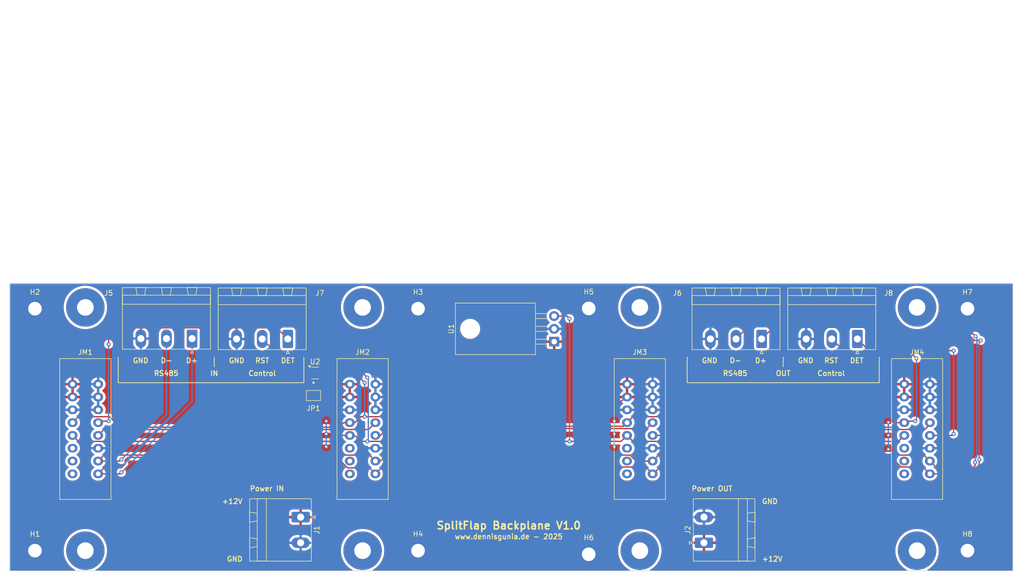
<source format=kicad_pcb>
(kicad_pcb
	(version 20241229)
	(generator "pcbnew")
	(generator_version "9.0")
	(general
		(thickness 1.6)
		(legacy_teardrops no)
	)
	(paper "A4")
	(title_block
		(title "SplitFlap Display Module Backplane V1.1")
		(date "2025-10-10")
		(rev "1")
		(company "Dennis Gunia")
		(comment 1 "- Added 74AHCT1G125GW to buffer RESET line")
		(comment 2 "- Rev1: Fix Typo")
	)
	(layers
		(0 "F.Cu" signal)
		(2 "B.Cu" signal)
		(9 "F.Adhes" user "F.Adhesive")
		(11 "B.Adhes" user "B.Adhesive")
		(13 "F.Paste" user)
		(15 "B.Paste" user)
		(5 "F.SilkS" user "F.Silkscreen")
		(7 "B.SilkS" user "B.Silkscreen")
		(1 "F.Mask" user)
		(3 "B.Mask" user)
		(17 "Dwgs.User" user "User.Drawings")
		(19 "Cmts.User" user "User.Comments")
		(21 "Eco1.User" user "User.Eco1")
		(23 "Eco2.User" user "User.Eco2")
		(25 "Edge.Cuts" user)
		(27 "Margin" user)
		(31 "F.CrtYd" user "F.Courtyard")
		(29 "B.CrtYd" user "B.Courtyard")
		(35 "F.Fab" user)
		(33 "B.Fab" user)
		(39 "User.1" user)
		(41 "User.2" user)
		(43 "User.3" user)
		(45 "User.4" user)
	)
	(setup
		(pad_to_mask_clearance 0)
		(allow_soldermask_bridges_in_footprints no)
		(tenting front back)
		(pcbplotparams
			(layerselection 0x00000000_00000000_55555555_5755f5ff)
			(plot_on_all_layers_selection 0x00000000_00000000_00000000_00000000)
			(disableapertmacros no)
			(usegerberextensions no)
			(usegerberattributes yes)
			(usegerberadvancedattributes yes)
			(creategerberjobfile yes)
			(dashed_line_dash_ratio 12.000000)
			(dashed_line_gap_ratio 3.000000)
			(svgprecision 4)
			(plotframeref no)
			(mode 1)
			(useauxorigin no)
			(hpglpennumber 1)
			(hpglpenspeed 20)
			(hpglpendiameter 15.000000)
			(pdf_front_fp_property_popups yes)
			(pdf_back_fp_property_popups yes)
			(pdf_metadata yes)
			(pdf_single_document no)
			(dxfpolygonmode yes)
			(dxfimperialunits yes)
			(dxfusepcbnewfont yes)
			(psnegative no)
			(psa4output no)
			(plot_black_and_white yes)
			(sketchpadsonfab no)
			(plotpadnumbers no)
			(hidednponfab no)
			(sketchdnponfab yes)
			(crossoutdnponfab yes)
			(subtractmaskfromsilk no)
			(outputformat 1)
			(mirror no)
			(drillshape 0)
			(scaleselection 1)
			(outputdirectory "./gbr/")
		)
	)
	(net 0 "")
	(net 1 "GND")
	(net 2 "/BUS_LOW")
	(net 3 "/BUS_HIGH")
	(net 4 "/BUS_RESET")
	(net 5 "/BUS_DETC_IN")
	(net 6 "/BUS_DETC_OUT")
	(net 7 "/BUS_DETC_CHAIN_1")
	(net 8 "+12V")
	(net 9 "unconnected-(JM1-Pin_11-Pad11)")
	(net 10 "unconnected-(JM1-Pin_10-Pad10)")
	(net 11 "unconnected-(JM1-Pin_9-Pad9)")
	(net 12 "+5V")
	(net 13 "unconnected-(JM2-Pin_10-Pad10)")
	(net 14 "/BUS_DETC_CHAIN_2")
	(net 15 "unconnected-(JM2-Pin_9-Pad9)")
	(net 16 "unconnected-(JM2-Pin_11-Pad11)")
	(net 17 "unconnected-(JM3-Pin_11-Pad11)")
	(net 18 "/BUS_DETC_CHAIN_3")
	(net 19 "unconnected-(JM3-Pin_9-Pad9)")
	(net 20 "unconnected-(JM3-Pin_10-Pad10)")
	(net 21 "unconnected-(JM4-Pin_9-Pad9)")
	(net 22 "unconnected-(JM4-Pin_10-Pad10)")
	(net 23 "unconnected-(JM4-Pin_11-Pad11)")
	(net 24 "/BUS_RESET_IN")
	(footprint "Jumper:SolderJumper-2_P1.3mm_Open_Pad1.0x1.5mm" (layer "F.Cu") (at 95.25 109.22))
	(footprint "MountingHole:MountingHole_2.7mm_M2.5_DIN965_Pad" (layer "F.Cu") (at 225 140))
	(footprint "MountingHole:MountingHole_2.7mm_M2.5_DIN965_Pad" (layer "F.Cu") (at 116 92))
	(footprint "Connector_Phoenix_MSTB:PhoenixContact_MSTBA_2,5_2-G-5,08_1x02_P5.08mm_Horizontal" (layer "F.Cu") (at 172.72 138.43 90))
	(footprint "Dennis:Card-Socket Flap Module" (layer "F.Cu") (at 50 115.87))
	(footprint "Connector_Phoenix_MSTB:PhoenixContact_MSTBA_2,5_3-G-5,08_1x03_P5.08mm_Horizontal" (layer "F.Cu") (at 203.16 98 180))
	(footprint "Connector_Phoenix_MSTB:PhoenixContact_MSTBA_2,5_3-G-5,08_1x03_P5.08mm_Horizontal" (layer "F.Cu") (at 71.17 97.9215 180))
	(footprint "MountingHole:MountingHole_2.7mm_M2.5_DIN965_Pad" (layer "F.Cu") (at 149.86 91.948))
	(footprint "Connector_Phoenix_MSTB:PhoenixContact_MSTBA_2,5_3-G-5,08_1x03_P5.08mm_Horizontal" (layer "F.Cu") (at 184.16 98 180))
	(footprint "Connector_Phoenix_MSTB:PhoenixContact_MSTBA_2,5_3-G-5,08_1x03_P5.08mm_Horizontal" (layer "F.Cu") (at 90.16 98 180))
	(footprint "Dennis:Card-Socket Flap Module" (layer "F.Cu") (at 105 115.87))
	(footprint "MountingHole:MountingHole_2.7mm_M2.5_DIN965_Pad" (layer "F.Cu") (at 225 92))
	(footprint "Connector_Phoenix_MSTB:PhoenixContact_MSTBA_2,5_2-G-5,08_1x02_P5.08mm_Horizontal" (layer "F.Cu") (at 92.71 133.35 -90))
	(footprint "Package_TO_SOT_THT:TO-220-3_Horizontal_TabDown" (layer "F.Cu") (at 143 98.54 90))
	(footprint "Dennis:Card-Socket Flap Module" (layer "F.Cu") (at 215 115.87))
	(footprint "Package_TO_SOT_SMD:SOT-353_SC-70-5" (layer "F.Cu") (at 95.57 104.76))
	(footprint "MountingHole:MountingHole_2.7mm_M2.5_DIN965_Pad" (layer "F.Cu") (at 40 140))
	(footprint "MountingHole:MountingHole_2.7mm_M2.5_DIN965_Pad" (layer "F.Cu") (at 40 92))
	(footprint "MountingHole:MountingHole_2.7mm_M2.5_DIN965_Pad" (layer "F.Cu") (at 116 140))
	(footprint "MountingHole:MountingHole_2.7mm_M2.5_DIN965_Pad" (layer "F.Cu") (at 149.86 140.716))
	(footprint "Dennis:Card-Socket Flap Module" (layer "F.Cu") (at 160 115.87))
	(gr_line
		(start 93.345 101.6)
		(end 93.345 106.68)
		(stroke
			(width 0.15)
			(type default)
		)
		(layer "F.SilkS")
		(uuid "2a7e58d3-ba6f-4381-9cb1-619d71560bf7")
	)
	(gr_line
		(start 207.495 101.6)
		(end 207.495 106.68)
		(stroke
			(width 0.15)
			(type default)
		)
		(layer "F.SilkS")
		(uuid "4005a5c0-f15a-462e-a95f-77ad8ea78178")
	)
	(gr_line
		(start 93.345 106.68)
		(end 56.515 106.68)
		(stroke
			(width 0.15)
			(type default)
		)
		(layer "F.SilkS")
		(uuid "4cfd317a-adf7-4fce-b4f8-02d468f17449")
	)
	(gr_line
		(start 188.445 101.6)
		(end 188.445 103.505)
		(stroke
			(width 0.15)
			(type default)
		)
		(layer "F.SilkS")
		(uuid "8027bd56-ddf7-4099-beb3-0298a029c7e5")
	)
	(gr_line
		(start 169.395 106.68)
		(end 169.395 101.6)
		(stroke
			(width 0.15)
			(type default)
		)
		(layer "F.SilkS")
		(uuid "83df5058-8e6b-4c81-ab0d-f5a603847604")
	)
	(gr_line
		(start 75.565 101.6)
		(end 75.565 103.505)
		(stroke
			(width 0.15)
			(type default)
		)
		(layer "F.SilkS")
		(uuid "8c080c76-4b39-43e0-ad23-0fb8451e542c")
	)
	(gr_line
		(start 207.495 106.68)
		(end 169.395 106.68)
		(stroke
			(width 0.15)
			(type default)
		)
		(layer "F.SilkS")
		(uuid "8c41f683-6b08-4e3a-b577-d4a1d4d3bbf0")
	)
	(gr_line
		(start 56.515 106.68)
		(end 56.515 101.6)
		(stroke
			(width 0.15)
			(type default)
		)
		(layer "F.SilkS")
		(uuid "e62693e4-e083-4366-92bc-579ec8105a5f")
	)
	(gr_rect
		(start 35 87)
		(end 234 144)
		(stroke
			(width 0.1)
			(type solid)
		)
		(fill no)
		(locked yes)
		(layer "Edge.Cuts")
		(uuid "7e1804dd-11fc-4974-b5b0-cf45dc64bc2b")
	)
	(gr_text "DET"
		(at 90.17 102.87 0)
		(layer "F.SilkS")
		(uuid "071131d4-29ea-4161-9853-83383c5adc1a")
		(effects
			(font
				(size 1 1)
				(thickness 0.1875)
			)
			(justify bottom)
		)
	)
	(gr_text "IN"
		(at 75.565 105.41 0)
		(layer "F.SilkS")
		(uuid "0f5c0855-943b-4f8f-a48c-c512ddcb374b")
		(effects
			(font
				(size 1 1)
				(thickness 0.1875)
			)
			(justify bottom)
		)
	)
	(gr_text "D-"
		(at 178.97 102.861948 0)
		(layer "F.SilkS")
		(uuid "12e0c2ae-811a-4793-bc78-2494c47c6cb3")
		(effects
			(font
				(size 1 1)
				(thickness 0.1875)
			)
			(justify bottom)
		)
	)
	(gr_text "GND"
		(at 60.96 102.87 0)
		(layer "F.SilkS")
		(uuid "12ed1d95-8e9f-4d0c-8ea2-189270c064c5")
		(effects
			(font
				(size 1 1)
				(thickness 0.1875)
			)
			(justify bottom)
		)
	)
	(gr_text "+12V\n"
		(at 184.15 142.24 0)
		(layer "F.SilkS")
		(uuid "1cfefc66-0bad-4ff0-9219-805e534e148d")
		(effects
			(font
				(size 1 1)
				(thickness 0.1875)
			)
			(justify left bottom)
		)
	)
	(gr_text "GND"
		(at 184.15 130.81 0)
		(layer "F.SilkS")
		(uuid "1e53502a-eaec-4876-8978-ed70620b0f04")
		(effects
			(font
				(size 1 1)
				(thickness 0.1875)
			)
			(justify left bottom)
		)
	)
	(gr_text "+12V\n"
		(at 81.28 130.81 0)
		(layer "F.SilkS")
		(uuid "1f4c1d40-cf35-4237-97c3-c1c29b76055a")
		(effects
			(font
				(size 1 1)
				(thickness 0.1875)
			)
			(justify right bottom)
		)
	)
	(gr_text "DET"
		(at 203.05 102.87 0)
		(layer "F.SilkS")
		(uuid "27c2f0ad-0530-4e1d-bd09-b92db1855f32")
		(effects
			(font
				(size 1 1)
				(thickness 0.1875)
			)
			(justify bottom)
		)
	)
	(gr_text "RS485"
		(at 178.92 105.41 0)
		(layer "F.SilkS")
		(uuid "2cb0ab22-aebc-4015-9f29-01659e88552a")
		(effects
			(font
				(size 1 1)
				(thickness 0.1875)
			)
			(justify bottom)
		)
	)
	(gr_text "GND"
		(at 80.01 102.87 0)
		(layer "F.SilkS")
		(uuid "495f1efe-fc82-4e24-99be-9ef00871af29")
		(effects
			(font
				(size 1 1)
				(thickness 0.1875)
			)
			(justify bottom)
		)
	)
	(gr_text "GND"
		(at 81.28 142.24 0)
		(layer "F.SilkS")
		(uuid "6088ff61-275e-48e9-afd8-1c80a3376771")
		(effects
			(font
				(size 1 1)
				(thickness 0.1875)
			)
			(justify right bottom)
		)
	)
	(gr_text "RS485"
		(at 66.04 105.41 0)
		(layer "F.SilkS")
		(uuid "8a2280bc-3266-4058-a86c-89b73ae33efb")
		(effects
			(font
				(size 1 1)
				(thickness 0.1875)
			)
			(justify bottom)
		)
	)
	(gr_text "RST"
		(at 197.97 102.87 0)
		(layer "F.SilkS")
		(uuid "8ba59214-462a-4fcd-9f43-ef39ff26ea48")
		(effects
			(font
				(size 1 1)
				(thickness 0.1875)
			)
			(justify bottom)
		)
	)
	(gr_text "Power OUT\n"
		(at 170.18 128.27 0)
		(layer "F.SilkS")
		(uuid "94b7a250-44c6-46f5-8303-38de1793f2fd")
		(effects
			(font
				(size 1 1)
				(thickness 0.1875)
			)
			(justify left bottom)
		)
	)
	(gr_text "GND"
		(at 173.84 102.87 0)
		(layer "F.SilkS")
		(uuid "a26e9579-796b-4648-945b-bd31e10a4fc8")
		(effects
			(font
				(size 1 1)
				(thickness 0.1875)
			)
			(justify bottom)
		)
	)
	(gr_text "Power IN"
		(at 82.55 128.27 0)
		(layer "F.SilkS")
		(uuid "a7233732-7312-4007-b9ba-364bf1f7f8c5")
		(effects
			(font
				(size 1 1)
				(thickness 0.1875)
			)
			(justify left bottom)
		)
	)
	(gr_text "D+"
		(at 71.12 102.87 0)
		(layer "F.SilkS")
		(uuid "c29aa6c0-5dc3-42dd-a48e-e7fd3b3b51e9")
		(effects
			(font
				(size 1 1)
				(thickness 0.1875)
			)
			(justify bottom)
		)
	)
	(gr_text "www.dennisgunia.de - 2025"
		(at 133.985 137.795 0)
		(layer "F.SilkS")
		(uuid "c2b743ea-b322-46b7-bf67-53f6c61252f1")
		(effects
			(font
				(size 1 1)
				(thickness 0.1875)
			)
			(justify bottom)
		)
	)
	(gr_text "Control"
		(at 85.09 105.41 0)
		(layer "F.SilkS")
		(uuid "d1384152-6e8e-4665-97f9-dd12e0fe3f71")
		(effects
			(font
				(size 1 1)
				(thickness 0.1875)
			)
			(justify bottom)
		)
	)
	(gr_text "D+"
		(at 184 102.87 0)
		(layer "F.SilkS")
		(uuid "d64116f1-a4a0-4100-9d32-583b23486354")
		(effects
			(font
				(size 1 1)
				(thickness 0.1875)
			)
			(justify bottom)
		)
	)
	(gr_text "GND"
		(at 192.89 102.87 0)
		(layer "F.SilkS")
		(uuid "e743e63c-f72b-444b-ac45-4dbca0b7928f")
		(effects
			(font
				(size 1 1)
				(thickness 0.1875)
			)
			(justify bottom)
		)
	)
	(gr_text "SplitFlap Backplane V1.0"
		(at 133.985 135.89 0)
		(layer "F.SilkS")
		(uuid "ed99dc5a-e0b1-4c06-9fe5-ae6c027b0532")
		(effects
			(font
				(size 1.5 1.5)
				(thickness 0.3)
				(bold yes)
			)
			(justify bottom)
		)
	)
	(gr_text "RST"
		(at 85.09 102.87 0)
		(layer "F.SilkS")
		(uuid "f4260a3b-837e-49ee-bc1c-2babc188b026")
		(effects
			(font
				(size 1 1)
				(thickness 0.1875)
			)
			(justify bottom)
		)
	)
	(gr_text "Control"
		(at 197.97 105.41 0)
		(layer "F.SilkS")
		(uuid "f75be41f-106d-4a9d-b005-d9a0b3d85c87")
		(effects
			(font
				(size 1 1)
				(thickness 0.1875)
			)
			(justify bottom)
		)
	)
	(gr_text "D-"
		(at 66.09 102.861948 0)
		(layer "F.SilkS")
		(uuid "fb9948be-7158-47ba-8fd1-5dc95d4878b6")
		(effects
			(font
				(size 1 1)
				(thickness 0.1875)
			)
			(justify bottom)
		)
	)
	(gr_text "OUT"
		(at 188.445 105.41 0)
		(layer "F.SilkS")
		(uuid "ffbea775-15f5-4580-80fc-9e9fed28aa93")
		(effects
			(font
				(size 1 1)
				(thickness 0.1875)
			)
			(justify bottom)
		)
	)
	(segment
		(start 94.62 105.41)
		(end 95.271 105.41)
		(width 0.25)
		(layer "F.Cu")
		(net 1)
		(uuid "41c3ae38-1a0e-4867-8492-d3410c95d0ca")
	)
	(segment
		(start 94.62 104.11)
		(end 94.944999 104.11)
		(width 0.25)
		(layer "F.Cu")
		(net 1)
		(uuid "4dc179a3-e43b-4785-8493-c0bfb5ca252c")
	)
	(segment
		(start 95.271 104.436001)
		(end 95.271 105.41)
		(width 0.25)
		(layer "F.Cu")
		(net 1)
		(uuid "746702c0-aaf7-4bf4-b1cf-516c860b8f58")
	)
	(segment
		(start 95.271 106.659)
		(end 95.25 106.68)
		(width 0.25)
		(layer "F.Cu")
		(net 1)
		(uuid "91806f7a-257a-4b07-94ed-799087e5c113")
	)
	(segment
		(start 94.944999 104.11)
		(end 95.271 104.436001)
		(width 0.25)
		(layer "F.Cu")
		(net 1)
		(uuid "99d925bf-80c8-4bb9-a69a-2b825edc4d7b")
	)
	(segment
		(start 95.271 105.41)
		(end 95.271 106.659)
		(width 0.25)
		(layer "F.Cu")
		(net 1)
		(uuid "c1850091-b723-49cd-8c3a-dc4da44d3607")
	)
	(via
		(at 95.25 106.68)
		(size 0.8)
		(drill 0.4)
		(layers "F.Cu" "B.Cu")
		(net 1)
		(uuid "1095c1ca-4afb-4601-9f93-7dc510345b3e")
	)
	(segment
		(start 225.32991 124.309)
		(end 225.873455 123.765455)
		(width 0.25)
		(layer "F.Cu")
		(net 2)
		(uuid "010fbcc3-abb5-4049-a144-1f0aad6c5b33")
	)
	(segment
		(start 221.16681 97.79)
		(end 221.98581 96.971)
		(width 0.25)
		(layer "F.Cu")
		(net 2)
		(uuid "14976a15-238a-4594-a48f-78614dcfcf4b")
	)
	(segment
		(start 109.716 121.044)
		(end 108.54 122.22)
		(width 0.25)
		(layer "F.Cu")
		(net 2)
		(uuid "231072da-1bc6-4840-b1fb-5b40d0d28665")
	)
	(segment
		(start 217.54 122.22)
		(end 219.629 124.309)
		(width 0.25)
		(layer "F.Cu")
		(net 2)
		(uuid "2eb8f9f0-493a-4edf-8fc1-daf943c8a1a1")
	)
	(segment
		(start 57.15 121.92)
		(end 56.85 122.22)
		(width 0.25)
		(layer "F.Cu")
		(net 2)
		(uuid "2eee4973-e704-45cd-aa1b-bdaa0bff8382")
	)
	(segment
		(start 207.264 97.79)
		(end 221.16681 97.79)
		(width 0.25)
		(layer "F.Cu")
		(net 2)
		(uuid "3d7b94c4-0533-45ba-9b3f-11858143f0af")
	)
	(segment
		(start 109.716 121.044)
		(end 158.072115 121.044)
		(width 0.25)
		(layer "F.Cu")
		(net 2)
		(uuid "40f1e56f-2f67-4a9d-a088-c9695842a79a")
	)
	(segment
		(start 52.54 122.22)
		(end 53.716 121.044)
		(width 0.25)
		(layer "F.Cu")
		(net 2)
		(uuid "467ac104-41e5-411f-aae1-e1477129c9c4")
	)
	(segment
		(start 179.08 98)
		(end 181.83 95.25)
		(width 0.25)
		(layer "F.Cu")
		(net 2)
		(uuid "46a3e73f-413a-4d6b-86bb-6621f3d158ca")
	)
	(segment
		(start 219.629 124.309)
		(end 220.218 124.309)
		(width 0.25)
		(layer "F.Cu")
		(net 2)
		(uuid "4ad2d3de-a31d-4b90-ae6c-ded3d17a362a")
	)
	(segment
		(start 53.716 121.044)
		(end 106.364 121.044)
		(width 0.25)
		(layer "F.Cu")
		(net 2)
		(uuid "6f5957cc-97c4-4839-a849-f09acf7c4611")
	)
	(segment
		(start 162.54 122.22)
		(end 163.716 121.044)
		(width 0.25)
		(layer "F.Cu")
		(net 2)
		(uuid "72d576cc-3f59-41c8-9758-35d0e37fdc33")
	)
	(segment
		(start 204.724 95.25)
		(end 207.264 97.79)
		(width 0.25)
		(layer "F.Cu")
		(net 2)
		(uuid "7fbb46b7-2723-4e00-b3e4-81dc2d1dc48d")
	)
	(segment
		(start 159.248115 122.22)
		(end 162.54 122.22)
		(width 0.25)
		(layer "F.Cu")
		(net 2)
		(uuid "8a63d862-778d-42f6-b6da-5fd3a17593f6")
	)
	(segment
		(start 158.072115 121.044)
		(end 159.248115 122.22)
		(width 0.25)
		(layer "F.Cu")
		(net 2)
		(uuid "92b9131b-2bdc-4b4d-9fb1-7e647c35f342")
	)
	(segment
		(start 106.364 121.044)
		(end 107.54 122.22)
		(width 0.25)
		(layer "F.Cu")
		(net 2)
		(uuid "9e18d83c-a01d-42f2-8635-99b6217d8350")
	)
	(segment
		(start 56.85 122.22)
		(end 52.54 122.22)
		(width 0.25)
		(layer "F.Cu")
		(net 2)
		(uuid "a228416c-88b6-472d-81ba-0cd3cf6a2121")
	)
	(segment
		(start 220.218 124.309)
		(end 225.32991 124.309)
		(width 0.25)
		(layer "F.Cu")
		(net 2)
		(uuid "b214d694-8f1f-4564-b6a1-225bc82c855a")
	)
	(segment
		(start 216.364 121.044)
		(end 217.54 122.22)
		(width 0.25)
		(layer "F.Cu")
		(net 2)
		(uuid "bd6415f1-f697-45e2-8e6b-094e58d3834d")
	)
	(segment
		(start 163.716 121.044)
		(end 216.364 121.044)
		(width 0.25)
		(layer "F.Cu")
		(net 2)
		(uuid "d32051c4-17c1-4aa5-8358-055ca9600bf4")
	)
	(segment
		(start 226.107314 96.971)
		(end 226.605 97.468686)
		(width 0.25)
		(layer "F.Cu")
		(net 2)
		(uuid "d4d7b86d-7c7f-4ac1-bb3c-7a3b33dfff24")
	)
	(segment
		(start 221.98581 96.971)
		(end 226.107314 96.971)
		(width 0.25)
		(layer "F.Cu")
		(net 2)
		(uuid "d7d8cfe3-72e2-4c83-bb62-c3a1a93b1147")
	)
	(segment
		(start 226.508687 123.130223)
		(end 226.508687 122.490483)
		(width 0.25)
		(layer "F.Cu")
		(net 2)
		(uuid "e2aac009-9c42-448c-813f-ca43f46a0581")
	)
	(segment
		(start 181.83 95.25)
		(end 204.724 95.25)
		(width 0.25)
		(layer "F.Cu")
		(net 2)
		(uuid "e63eddc0-9b4c-4788-a734-8d5ade84b887")
	)
	(segment
		(start 225.873455 123.765455)
		(end 226.508687 123.130223)
		(width 0.25)
		(layer "F.Cu")
		(net 2)
		(uuid "fb596b6b-5f45-4b6b-b3ac-b1baeedb931b")
	)
	(via
		(at 226.508687 122.490483)
		(size 0.8)
		(drill 0.4)
		(layers "F.Cu" "B.Cu")
		(net 2)
		(uuid "643d44af-9dd5-4b0b-b19a-137dd04c39de")
	)
	(via
		(at 226.605 97.468686)
		(size 0.8)
		(drill 0.4)
		(layers "F.Cu" "B.Cu")
		(net 2)
		(uuid "8a27f4a2-ae08-468e-b7bd-a75a96808f40")
	)
	(via
		(at 57.15 121.92)
		(size 0.8)
		(drill 0.4)
		(layers "F.Cu" "B.Cu")
		(net 2)
		(uuid "d41af5a6-25c8-4bf5-95ca-33b266b171e1")
	)
	(segment
		(start 66.09 112.98)
		(end 57.15 121.92)
		(width 0.25)
		(layer "B.Cu")
		(net 2)
		(uuid "1b7f0d7c-3dc6-4221-9ef6-5c75c4f5312a")
	)
	(segment
		(start 226.879 121.34428)
		(end 226.879 98.298)
		(width 0.25)
		(layer "B.Cu")
		(net 2)
		(uuid "1c58694a-d611-4ba9-8b94-a803490b8ce2")
	)
	(segment
		(start 226.508687 121.714593)
		(end 226.879 121.34428)
		(width 0.25)
		(layer "B.Cu")
		(net 2)
		(uuid "22448d0a-1b3d-4dc9-b023-bc930e0f7695")
	)
	(segment
		(start 226.508687 122.490483)
		(end 226.508687 121.714593)
		(width 0.25)
		(layer "B.Cu")
		(net 2)
		(uuid "4b3d8ecf-5408-4c79-b742-94e17c5b0a7c")
	)
	(segment
		(start 226.879 98.298)
		(end 226.879 97.742686)
		(width 0.25)
		(layer "B.Cu")
		(net 2)
		(uuid "6054488d-27a0-48da-9810-0ab4e173e2a5")
	)
	(segment
		(start 66.09 97.9215)
		(end 66.09 112.98)
		(width 0.25)
		(layer "B.Cu")
		(net 2)
		(uuid "74e556d5-c1e3-4fa9-8db1-b6211ce49ea9")
	)
	(segment
		(start 226.879 97.742686)
		(end 226.605 97.468686)
		(width 0.25)
		(layer "B.Cu")
		(net 2)
		(uuid "da43bfce-dba5-4284-bc01-1a0ca56b8965")
	)
	(segment
		(start 222.17262 97.422)
		(end 225.552 97.422)
		(width 0.25)
		(layer "F.Cu")
		(net 3)
		(uuid "0500da98-2a0c-47a3-a574-1c6609e31e50")
	)
	(segment
		(start 186.459 95.701)
		(end 189.23 95.701)
		(width 0.25)
		(layer "F.Cu")
		(net 3)
		(uuid "3934a0ce-3137-40b9-b6a9-0b7e6920c5a1")
	)
	(segment
		(start 217.54 124.76)
		(end 216.176 123.396)
		(width 0.25)
		(layer "F.Cu")
		(net 3)
		(uuid "40273ccc-76b1-4595-be1a-dcd0b093d1af")
	)
	(segment
		(start 222.15431 97.44031)
		(end 222.17262 97.422)
		(width 0.25)
		(layer "F.Cu")
		(net 3)
		(uuid "44f4533e-556e-4818-a2f5-aeceb0376b48")
	)
	(segment
		(start 100.781 122.2)
		(end 100.076 121.495)
		(width 0.25)
		(layer "F.Cu")
		(net 3)
		(uuid "47bc573f-7a3f-4f30-81e8-86fb165dfe55")
	)
	(segment
		(start 226.407594 98.298)
		(end 227.604 98.298)
		(width 0.25)
		(layer "F.Cu")
		(net 3)
		(uuid "4b17f0c2-08d1-4bd4-a6ea-57e8075fd785")
	)
	(segment
		(start 189.23 95.701)
		(end 204.53719 95.701)
		(width 0.25)
		(layer "F.Cu")
		(net 3)
		(uuid "527f05fb-32aa-4229-a6ea-b91e717de828")
	)
	(segment
		(start 106.364 123.584)
		(end 107.54 124.76)
		(width 0.25)
		(layer "F.Cu")
		(net 3)
		(uuid "54dbdcc1-844d-413b-95ba-a07d6c83215b")
	)
	(segment
		(start 225.51672 124.76)
		(end 227.33 122.94672)
		(width 0.25)
		(layer "F.Cu")
		(net 3)
		(uuid "55fb63e0-8cb6-446e-9831-1eceb6046bcc")
	)
	(segment
		(start 216.176 123.396)
		(end 211.836 123.396)
		(width 0.25)
		(layer "F.Cu")
		(net 3)
		(uuid "61606eab-c012-40c6-87bd-f782d970a867")
	)
	(segment
		(start 184.16 98)
		(end 186.459 95.701)
		(width 0.25)
		(layer "F.Cu")
		(net 3)
		(uuid "666e5cfe-71a9-45b3-92a2-3e903067b4f5")
	)
	(segment
		(start 207.07719 98.241)
		(end 212.344 98.241)
		(width 0.25)
		(layer "F.Cu")
		(net 3)
		(uuid "6fd9c554-d517-4f72-8e06-9525e7f9377a")
	)
	(segment
		(start 109.90281 121.495)
		(end 153.162 121.495)
		(width 0.25)
		(layer "F.Cu")
		(net 3)
		(uuid "7e4c32d3-201f-432b-ab8d-152a05ca9f74")
	)
	(segment
		(start 221.35362 98.241)
		(end 222.15431 97.44031)
		(width 0.25)
		(layer "F.Cu")
		(net 3)
		(uuid "7ea73199-6dc8-40c4-8957-7ca03b1ced20")
	)
	(segment
		(start 109.348905 122.951095)
		(end 107.54 124.76)
		(width 0.25)
		(layer "F.Cu")
		(net 3)
		(uuid "7fcbfe3c-3a94-4773-be90-5133249fd968")
	)
	(segment
		(start 211.836 123.396)
		(end 211.836 123.384115)
		(width 0.25)
		(layer "F.Cu")
		(net 3)
		(uuid "813ef2bd-fd86-48af-8c20-bda40fd06cd0")
	)
	(segment
		(start 211.836 123.384115)
		(end 209.946885 121.495)
		(width 0.25)
		(layer "F.Cu")
		(net 3)
		(uuid "82f20e8e-4823-4640-9c5d-eba4843dde34")
	)
	(segment
		(start 162.665 124.76)
		(end 162.54 124.76)
		(width 0.25)
		(layer "F.Cu")
		(net 3)
		(uuid "8beae3d4-8c74-4d4e-8dfc-762dcd103cd0")
	)
	(segment
		(start 57.876 122.039)
		(end 58.42 121.495)
		(width 0.25)
		(layer "F.Cu")
		(net 3)
		(uuid "8c21f04e-aa11-4a1b-b767-aa66fcb00424")
	)
	(segment
		(start 57.876 122.858)
		(end 57.876 122.039)
		(width 0.25)
		(layer "F.Cu")
		(net 3)
		(uuid "92ad89b3-3276-4d0f-ab50-641e27dedceb")
	)
	(segment
		(start 53.716 123.584)
		(end 52.54 124.76)
		(width 0.25)
		(layer "F.Cu")
		(net 3)
		(uuid "97c1abf1-01d7-4078-bf09-ae11d82ca274")
	)
	(segment
		(start 57.15 124.46)
		(end 56.85 124.76)
		(width 0.25)
		(layer "F.Cu")
		(net 3)
		(uuid "9a35bffa-060d-47ca-acd8-e45f085394ab")
	)
	(segment
		(start 57.876 122.858)
		(end 57.15 123.584)
		(width 0.25)
		(layer "F.Cu")
		(net 3)
		(uuid "9fe9749b-94c8-4c9f-89b7-f62cb167fbfc")
	)
	(segment
		(start 205.167095 96.330905)
		(end 207.07719 98.241)
		(width 0.25)
		(layer "F.Cu")
		(net 3)
		(uuid "a1fac271-2b33-4bd3-b7cf-0d6702d5ecae")
	)
	(segment
		(start 57.15 123.584)
		(end 53.716 123.584)
		(width 0.25)
		(layer "F.Cu")
		(net 3)
		(uuid "a7216585-5e44-4f73-920a-b96d37dfec59")
	)
	(segment
		(start 209.946885 121.495)
		(end 165.93 121.495)
		(width 0.25)
		(layer "F.Cu")
		(net 3)
		(uuid "aa593be6-6bd4-4eaa-afec-383636ebbe6a")
	)
	(segment
		(start 225.552 97.442406)
		(end 226.407594 98.298)
		(width 0.25)
		(layer "F.Cu")
		(net 3)
		(uuid "ac199bba-16c0-41cb-a96f-5479aabe3a67")
	)
	(segment
		(start 217.54 124.76)
		(end 225.51672 124.76)
		(width 0.25)
		(layer "F.Cu")
		(net 3)
		(uuid "ad98b52d-df06-400c-8144-2ef0437f292d")
	)
	(segment
		(start 109.90281 121.495)
		(end 109.348905 122.048905)
		(width 0.25)
		(layer "F.Cu")
		(net 3)
		(uuid "ade27d79-79f7-42e9-ace1-78c54a0e6f63")
	)
	(segment
		(start 161.176 123.396)
		(end 162.54 124.76)
		(width 0.25)
		(layer "F.Cu")
		(net 3)
		(uuid "b4d49652-eba7-40ef-971b-397370418c54")
	)
	(segment
		(start 102.035885 123.584)
		(end 106.364 123.584)
		(width 0.25)
		(layer "F.Cu")
		(net 3)
		(uuid "c7a59453-a524-4cfa-ba01-2e04e942df54")
	)
	(segment
		(start 204.53719 95.701)
		(end 205.167095 96.330905)
		(width 0.25)
		(layer "F.Cu")
		(net 3)
		(uuid "cba25b55-db27-4be1-9523-ba35d30b405a")
	)
	(segment
		(start 100.076 121.495)
		(end 58.42 121.495)
		(width 0.25)
		(layer "F.Cu")
		(net 3)
		(uuid "d2b431ba-16fa-481f-96f4-9bf87fb4e276")
	)
	(segment
		(start 165.93 121.495)
		(end 162.665 124.76)
		(width 0.25)
		(layer "F.Cu")
		(net 3)
		(uuid "deb09fce-5f02-4082-a459-c2d6a0925edf")
	)
	(segment
		(start 109.348905 122.048905)
		(end 109.348905 122.951095)
		(width 0.25)
		(layer "F.Cu")
		(net 3)
		(uuid "e31bb58c-120b-465e-abd9-b250144cb2ad")
	)
	(segment
		(start 56.85 124.76)
		(end 52.54 124.76)
		(width 0.25)
		(layer "F.Cu")
		(net 3)
		(uuid "ea778498-3b5a-4c3d-9534-9d18f448dbbd")
	)
	(segment
		(start 227.33 122.94672)
		(end 227.33 121.92)
		(width 0.25)
		(layer "F.Cu")
		(net 3)
		(uuid "eca6bf28-6e62-469e-9e25-af9306d5e56f")
	)
	(segment
		(start 212.344 98.241)
		(end 221.35362 98.241)
		(width 0.25)
		(layer "F.Cu")
		(net 3)
		(uuid "f1a9a629-49f5-4c44-bb08-74768562b1a5")
	)
	(segment
		(start 100.781 122.329115)
		(end 102.035885 123.584)
		(width 0.25)
		(layer "F.Cu")
		(net 3)
		(uuid "f34c7561-5e44-4059-bd5e-4c3ff1882a2a")
	)
	(segment
		(start 225.552 97.422)
		(end 225.552 97.442406)
		(width 0.25)
		(layer "F.Cu")
		(net 3)
		(uuid "f824cfa9-0d49-446f-b024-0353a2f4a319")
	)
	(segment
		(start 100.781 122.329115)
		(end 100.781 122.2)
		(width 0.25)
		(layer "F.Cu")
		(net 3)
		(uuid "f9ca42f0-617e-4921-bafb-5b82bf16e986")
	)
	(segment
		(start 153.162 121.495)
		(end 155.063 123.396)
		(width 0.25)
		(layer "F.Cu")
		(net 3)
		(uuid "faf47449-5157-4e79-a7ee-010ac703280b")
	)
	(segment
		(start 155.063 123.396)
		(end 161.176 123.396)
		(width 0.25)
		(layer "F.Cu")
		(net 3)
		(uuid "ff69d862-8a25-4130-9ec4-33807197b37c")
	)
	(via
		(at 227.33 121.92)
		(size 0.8)
		(drill 0.4)
		(layers "F.Cu" "B.Cu")
		(net 3)
		(uuid "080071c0-03be-4a39-b7ec-6d7a9db1a518")
	)
	(via
		(at 227.604 98.298)
		(size 0.8)
		(drill 0.4)
		(layers "F.Cu" "B.Cu")
		(net 3)
		(uuid "403401f1-4ed7-4bd4-b036-3212c30bf141")
	)
	(via
		(at 57.15 124.46)
		(size 0.8)
		(drill 0.4)
		(layers "F.Cu" "B.Cu")
		(net 3)
		(uuid "5707f60f-c80b-42cb-bba7-8b8511ff0f7d")
	)
	(segment
		(start 227.33 98.552)
		(end 227.33 121.92)
		(width 0.25)
		(layer "B.Cu")
		(net 3)
		(uuid "2da87784-e8d7-48ec-ac76-fd0177f77a4f")
	)
	(segment
		(start 71.17 97.9215)
		(end 71.17 110.44)
		(width 0.25)
		(layer "B.Cu")
		(net 3)
		(uuid "3f68ac6a-69da-4a0a-8ce8-068bc22f62a2")
	)
	(segment
		(start 227.584 98.298)
		(end 227.33 98.552)
		(width 0.25)
		(layer "B.Cu")
		(net 3)
		(uuid "923ac35c-caa2-4f4f-8216-fa15edd2bde0")
	)
	(segment
		(start 227.604 98.298)
		(end 227.584 98.298)
		(width 0.25)
		(layer "B.Cu")
		(net 3)
		(uuid "cd2524c7-08e2-4582-92f2-23304cc7152d")
	)
	(segment
		(start 71.17 110.44)
		(end 57.15 124.46)
		(width 0.25)
		(layer "B.Cu")
		(net 3)
		(uuid "f1fa62e3-7604-45fb-bc9c-a3a7e334a870")
	)
	(segment
		(start 54.76072 113.424)
		(end 56.84972 115.513)
		(width 0.25)
		(layer "F.Cu")
		(net 4)
		(uuid "1fb521ec-3118-41e6-a8df-9a24c88b7163")
	)
	(segment
		(start 96.52 105.41)
		(end 104.14 105.41)
		(width 0.25)
		(layer "F.Cu")
		(net 4)
		(uuid "216d9819-17f4-4b21-a424-57a07cf2a77b")
	)
	(segment
		(start 105.411 113.423)
		(end 105.41 113.424)
		(width 0.25)
		(layer "F.Cu")
		(net 4)
		(uuid "30d702d1-a596-4edc-b0ef-5fe417fe8315")
	)
	(segment
		(start 109.22 113.424)
		(end 111.121 115.325)
		(width 0.25)
		(layer "F.Cu")
		(net 4)
		(uuid "38827c01-a670-41fa-9787-c2fec41e23b3")
	)
	(segment
		(start 165.551 113.424)
		(end 158.636 113.424)
		(width 0.25)
		(layer "F.Cu")
		(net 4)
		(uuid "3c80f9be-cc78-4712-983e-ae9bb4a67f26")
	)
	(segment
		(start 105.41 113.424)
		(end 109.22 113.424)
		(width 0.25)
		(layer "F.Cu")
		(net 4)
		(uuid "4755fb61-830a-4fa5-81c3-0ecfb2e20f39")
	)
	(segment
		(start 210.971 114.6)
		(end 212.46 114.6)
		(width 0.25)
		(layer "F.Cu")
		(net 4)
		(uuid "587106df-c54a-4bda-9f5b-769280492de0")
	)
	(segment
		(start 56.84972 115.513)
		(end 100.33 115.513)
		(width 0.25)
		(layer "F.Cu")
		(net 4)
		(uuid "5874f811-a256-4bcb-928f-e58e45aeab92")
	)
	(segment
		(start 47.46 114.6)
		(end 48.636 113.424)
		(width 0.25)
		(layer "F.Cu")
		(net 4)
		(uuid "5d66066a-842b-4c26-8524-8527a6603b57")
	)
	(segment
		(start 101.243 114.6)
		(end 103.46 114.6)
		(width 0.25)
		(layer "F.Cu")
		(net 4)
		(uuid "6d2cdde5-ede5-4181-ad53-bdbe8cb890d3")
	)
	(segment
		(start 104.636 113.424)
		(end 103.46 114.6)
		(width 0.25)
		(layer "F.Cu")
		(net 4)
		(uuid "6f129f6d-332a-4faf-99ed-632d8d09b1c0")
	)
	(segment
		(start 167.64 115.513)
		(end 210.058 115.513)
		(width 0.25)
		(layer "F.Cu")
		(net 4)
		(uuid "82ae9b4e-ada7-412d-aa38-b4ccdd4719b0")
	)
	(segment
		(start 213.868 100.838)
		(end 214.884 101.854)
		(width 0.25)
		(layer "F.Cu")
		(net 4)
		(uuid "8c1362c3-a79b-452a-8904-c2f9bedc28d9")
	)
	(segment
		(start 207.772 100.838)
		(end 213.868 100.838)
		(width 0.25)
		(layer "F.Cu")
		(net 4)
		(uuid "950d0fee-2755-4bf8-9567-a5eadbe774be")
	)
	(segment
		(start 95.9 109.22)
		(end 96.52 108.6)
		(width 0.25)
		(layer "F.Cu")
		(net 4)
		(uuid "9620430a-5277-40d1-b07a-3cff040a791e")
	)
	(segment
		(start 156.735 115.325)
		(end 157.46 114.6)
		(width 0.25)
		(layer "F.Cu")
		(net 4)
		(uuid "97f05fb0-80b8-4ef8-be34-fedf30afc60a")
	)
	(segment
		(start 48.636 113.424)
		(end 54.76072 113.424)
		(width 0.25)
		(layer "F.Cu")
		(net 4)
		(uuid "a5f01765-5663-4a48-8962-27e9f7d3337d")
	)
	(segment
		(start 105.41 106.68)
		(end 105.411 106.681)
		(width 0.25)
		(layer "F.Cu")
		(net 4)
		(uuid "a9506b5f-befe-4272-bea0-b9ebc77ec8bc")
	)
	(segment
		(start 158.636 113.424)
		(end 157.46 114.6)
		(width 0.25)
		(layer "F.Cu")
		(net 4)
		(uuid "af84fce4-6c67-44f0-a753-503b0880b072")
	)
	(segment
		(start 198.08 98)
		(end 200.918 100.838)
		(width 0.25)
		(layer "F.Cu")
		(net 4)
		(uuid "b45adb0c-ee89-4674-8f06-9b55024c8fa7")
	)
	(segment
		(start 212.76 114.3)
		(end 212.46 114.6)
		(width 0.25)
		(layer "F.Cu")
		(net 4)
		(uuid "bda5ebbf-a169-48e2-a50a-94def7ce6814")
	)
	(segment
		(start 96.52 108.6)
		(end 96.52 105.41)
		(width 0.25)
		(layer "F.Cu")
		(net 4)
		(uuid "c4d0f5db-530f-44c3-825d-5979c9e3a9cf")
	)
	(segment
		(start 200.918 100.838)
		(end 207.772 100.838)
		(width 0.25)
		(layer "F.Cu")
		(net 4)
		(uuid "cc989655-d36e-4fb3-97b4-5a828e46b376")
	)
	(segment
		(start 104.14 105.41)
		(end 105.41 106.68)
		(width 0.25)
		(layer "F.Cu")
		(net 4)
		(uuid "ceadc6a3-c9ba-49c0-be21-3e73d7751b9c")
	)
	(segment
		(start 210.058 115.513)
		(end 210.971 114.6)
		(width 0.25)
		(layer "F.Cu")
		(net 4)
		(uuid "d6c67ea0-6935-438b-a757-54f778bff002")
	)
	(segment
		(start 105.41 113.424)
		(end 104.636 113.424)
		(width 0.25)
		(layer "F.Cu")
		(net 4)
		(uuid "e966d085-608f-44a9-beb7-408b38df10ae")
	)
	(segment
		(start 111.121 115.325)
		(end 156.735 115.325)
		(width 0.25)
		(layer "F.Cu")
		(net 4)
		(uuid "ea50338a-ae71-4ba7-a557-0cc23ca0eec3")
	)
	(segment
		(start 167.64 115.513)
		(end 165.551 113.424)
		(width 0.25)
		(layer "F.Cu")
		(net 4)
		(uuid "ee2169f4-62f0-46c4-915e-70196519561c")
	)
	(segment
		(start 214.63 114.3)
		(end 212.76 114.3)
		(width 0.25)
		(layer "F.Cu")
		(net 4)
		(uuid "f31a70bd-f443-4ad5-abf1-6ad76b4928eb")
	)
	(segment
		(start 100.33 115.513)
		(end 101.243 114.6)
		(width 0.25)
		(layer "F.Cu")
		(net 4)
		(uuid "fbfd1e2e-1d2d-4ace-baef-b13c18b85acd")
	)
	(via
		(at 105.41 113.424)
		(size 0.8)
		(drill 0.4)
		(layers "F.Cu" "B.Cu")
		(net 4)
		(uuid "158c712b-894d-4643-a58d-d27ba0ca78af")
	)
	(via
		(at 214.884 101.854)
		(size 0.8)
		(drill 0.4)
		(layers "F.Cu" "B.Cu")
		(net 4)
		(uuid "4c07d53b-63aa-4120-88fc-e8eb2ab958b6")
	)
	(via
		(at 214.63 114.3)
		(size 0.8)
		(drill 0.4)
		(layers "F.Cu" "B.Cu")
		(net 4)
		(uuid "6b8cc330-145b-47e0-9b43-41871c8bb2ef")
	)
	(via
		(at 105.41 106.68)
		(size 0.8)
		(drill 0.4)
		(layers "F.Cu" "B.Cu")
		(net 4)
		(uuid "c2ad64b7-8df8-4334-b267-cf60f86d06fc")
	)
	(segment
		(start 214.884 101.854)
		(end 214.884 114.046)
		(width 0.25)
		(layer "B.Cu")
		(net 4)
		(uuid "65b3c6f3-3c3b-4b93-ab20-eddc0aeb5e00")
	)
	(segment
		(start 105.41 113.424)
		(end 105.41 106.68)
		(width 0.25)
		(layer "B.Cu")
		(net 4)
		(uuid "8be1fc93-8c86-4ff7-aa45-4f231541346a")
	)
	(segment
		(start 214.884 114.046)
		(end 214.63 114.3)
		(width 0.25)
		(layer "B.Cu")
		(net 4)
		(uuid "edd39477-15e1-4f1e-93b3-fa3f0c31bd0d")
	)
	(segment
		(start 54.61 114.3)
		(end 52.84 114.3)
		(width 0.25)
		(layer "F.Cu")
		(net 5)
		(uuid "10fc3813-9ccf-42f3-bec6-bf4aa58f3a11")
	)
	(segment
		(start 56.6045 95.7955)
		(end 54.61 97.79)
		(width 0.25)
		(layer "F.Cu")
		(net 5)
		(uuid "856bb75b-ad76-4861-b65f-ab5e7672e727")
	)
	(segment
		(start 52.84 114.3)
		(end 52.54 114.6)
		(width 0.25)
		(layer "F.Cu")
		(net 5)
		(uuid "8b15993d-b67d-4548-ba81-d2ba813d45c9")
	)
	(segment
		(start 54.61 97.79)
		(end 54.61 99.06)
		(width 0.25)
		(layer "F.Cu")
		(net 5)
		(uuid "a725bed3-66d8-47e6-91a2-0c0b4078327c")
	)
	(segment
		(start 90.16 98)
		(end 87.9555 95.7955)
		(width 0.25)
		(layer "F.Cu")
		(net 5)
		(uuid "c341ae53-f098-41c6-ad3b-7770051f7995")
	)
	(segment
		(start 87.9555 95.7955)
		(end 56.6045 95.7955)
		(width 0.25)
		(layer "F.Cu")
		(net 5)
		(uuid "fee46d42-139e-47cf-9f68-9314807aa743")
	)
	(via
		(at 54.61 114.3)
		(size 0.8)
		(drill 0.4)
		(layers "F.Cu" "B.Cu")
		(net 5)
		(uuid "79509a41-0795-4459-bb03-cfcd258c52af")
	)
	(via
		(at 54.61 99.06)
		(size 0.8)
		(drill 0.4)
		(layers "F.Cu" "B.Cu")
		(net 5)
		(uuid "7c7fbcfb-53ad-4e58-b065-5e0b2ce620fc")
	)
	(segment
		(start 54.61 99.06)
		(end 54.61 114.3)
		(width 0.25)
		(layer "B.Cu")
		(net 5)
		(uuid "ae753264-0681-4e5b-be3f-2b44eb237c78")
	)
	(segment
		(start 205.49 100.33)
		(end 203.16 98)
		(width 0.25)
		(layer "F.Cu")
		(net 6)
		(uuid "54f002b7-dd19-4427-96ec-1eb2ce820d76")
	)
	(segment
		(start 217.54 117.14)
		(end 221.95 117.14)
		(width 0.25)
		(layer "F.Cu")
		(net 6)
		(uuid "a4589140-6447-407b-9fae-024dde529caa")
	)
	(segment
		(start 222.25 100.33)
		(end 205.49 100.33)
		(width 0.25)
		(layer "F.Cu")
		(net 6)
		(uuid "db490f3b-d694-45ac-93fd-e752b80d9cf4")
	)
	(segment
		(start 221.95 117.14)
		(end 222.25 116.84)
		(width 0.25)
		(layer "F.Cu")
		(net 6)
		(uuid "e68b226d-9906-47e6-9adf-3b79a28de22c")
	)
	(via
		(at 222.25 116.84)
		(size 0.8)
		(drill 0.4)
		(layers "F.Cu" "B.Cu")
		(net 6)
		(uuid "504ce7d5-a0f3-42a9-b005-f65611dd6627")
	)
	(via
		(at 222.25 100.33)
		(size 0.8)
		(drill 0.4)
		(layers "F.Cu" "B.Cu")
		(net 6)
		(uuid "6825f651-7a06-475f-b2e8-fcc4be193576")
	)
	(segment
		(start 222.25 100.33)
		(end 222.25 116.84)
		(width 0.25)
		(layer "B.Cu")
		(net 6)
		(uuid "ce82247f-764b-47d5-9d99-c17abe2d9ee1")
	)
	(segment
		(start 52.54 117.14)
		(end 53.716 115.964)
		(width 0.25)
		(layer "F.Cu")
		(net 7)
		(uuid "07dd61ec-7ebf-4547-8703-d70a46229d9e")
	)
	(segment
		(start 106.176 115.964)
		(end 107.54 114.6)
		(width 0.25)
		(layer "F.Cu")
		(net 7)
		(uuid "cafd9420-cfd0-4ecf-bcf3-7de3d96df050")
	)
	(segment
		(start 53.716 115.964)
		(end 106.176 115.964)
		(width 0.25)
		(layer "F.Cu")
		(net 7)
		(uuid "f2b7e811-6255-4b47-be78-58256d227e3f")
	)
	(segment
		(start 97.79 110.49)
		(end 97.79 114.3)
		(width 0.25)
		(layer "F.Cu")
		(net 8)
		(uuid "17dcca1a-d3f5-42c6-af3b-57776df7b393")
	)
	(segment
		(start 154.94 111.76)
		(end 154.94 114.3)
		(width 0.25)
		(layer "F.Cu")
		(net 8)
		(uuid "1d98ab52-16d6-415f-94a2-dd1361f5e267")
	)
	(segment
		(start 157.46 109.52)
		(end 157.18 109.52)
		(width 0.25)
		(layer "F.Cu")
		(net 8)
		(uuid "2c6f130a-f507-476a-bf51-a411a6c7174a")
	)
	(segment
		(start 157.18 109.52)
		(end 154.94 111.76)
		(width 0.25)
		(layer "F.Cu")
		(net 8)
		(uuid "2f2d6c78-ee5e-46c4-87b5-8d8fa6140435")
	)
	(segment
		(start 212.46 109.52)
		(end 211.028 109.52)
		(width 0.25)
		(layer "F.Cu")
		(net 8)
		(uuid "42c1398d-79ab-42b1-8223-78c010982d98")
	)
	(segment
		(start 209.296 111.252)
		(end 209.296 114.554)
		(width 0.25)
		(layer "F.Cu")
		(net 8)
		(uuid "44282e19-b001-4f43-988e-95f3afc4cab4")
	)
	(segment
		(start 103.46 109.52)
		(end 98.76 109.52)
		(width 0.25)
		(layer "F.Cu")
		(net 8)
		(uuid "7b6c5827-3927-4f1f-9d6c-2b8bcdb77e16")
	)
	(segment
		(start 211.028 109.52)
		(end 209.296 111.252)
		(width 0.25)
		(layer "F.Cu")
		(net 8)
		(uuid "b2f123be-7601-4872-b6d2-481e2fe982ee")
	)
	(segment
		(start 98.76 109.52)
		(end 97.79 110.49)
		(width 0.25)
		(layer "F.Cu")
		(net 8)
		(uuid "f9b5aa03-78a1-451d-bf6f-965c18aa394b")
	)
	(via
		(at 209.296 114.554)
		(size 0.8)
		(drill 0.4)
		(layers "F.Cu" "B.Cu")
		(net 8)
		(uuid "8243dddf-d715-40bc-9179-7cbf96ab454b")
	)
	(via
		(at 154.94 119.38)
		(size 0.8)
		(drill 0.4)
		(layers "F.Cu" "B.Cu")
		(net 8)
		(uuid "90a60088-50c2-4c6e-a4c7-eeeb6fa16710")
	)
	(via
		(at 209.296 117.094)
		(size 0.8)
		(drill 0.4)
		(layers "F.Cu" "B.Cu")
		(net 8)
		(uuid "913c134a-833e-4461-90ee-a15c18e5f8f0")
	)
	(via
		(at 154.94 114.3)
		(size 0.8)
		(drill 0.4)
		(layers "F.Cu" "B.Cu")
		(net 8)
		(uuid "a6c94f2c-73c6-48a8-b5b3-ef4ad0741c77")
	)
	(via
		(at 97.79 119.38)
		(size 0.8)
		(drill 0.4)
		(layers "F.Cu" "B.Cu")
		(net 8)
		(uuid "b8796645-8b1b-405a-9bb2-41101a58ef1e")
	)
	(via
		(at 97.79 116.84)
		(size 0.8)
		(drill 0.4)
		(layers "F.Cu" "B.Cu")
		(net 8)
		(uuid "ba7cb493-245b-4922-b64b-3ee17328a542")
	)
	(via
		(at 209.296 119.888)
		(size 0.8)
		(drill 0.4)
		(layers "F.Cu" "B.Cu")
		(net 8)
		(uuid "d0122186-35ee-48c6-877e-a4f373ad2bd0")
	)
	(via
		(at 97.79 114.3)
		(size 0.8)
		(drill 0.4)
		(layers "F.Cu" "B.Cu")
		(net 8)
		(uuid "d1f17dec-dd16-4c8e-b015-4bfd8e25861a")
	)
	(via
		(at 154.94 116.84)
		(size 0.8)
		(drill 0.4)
		(layers "F.Cu" "B.Cu")
		(net 8)
		(uuid "fcf41188-959b-43ff-b8c2-addc20f2bbf3")
	)
	(segment
		(start 209.296 117.094)
		(end 209.296 119.888)
		(width 0.25)
		(layer "B.Cu")
		(net 8)
		(uuid "3c7490e2-3330-4131-88fa-b56eaa58cfb0")
	)
	(segment
		(start 97.79 116.84)
		(end 97.79 119.38)
		(width 0.25)
		(layer "B.Cu")
		(net 8)
		(uuid "428d577b-cbdb-4c57-b9ce-0a0eb445b82c")
	)
	(segment
		(start 209.296 114.554)
		(end 209.296 117.094)
		(width 0.25)
		(layer "B.Cu")
		(net 8)
		(uuid "56e84fd6-3ddf-4d96-8d71-d2cf51daaab5")
	)
	(segment
		(start 154.94 116.84)
		(end 154.94 119.38)
		(width 0.25)
		(layer "B.Cu")
		(net 8)
		(uuid "83af5a48-3a85-49f7-834d-22fdd5040657")
	)
	(segment
		(start 154.94 114.3)
		(end 154.94 116.84)
		(width 0.25)
		(layer "B.Cu")
		(net 8)
		(uuid "95c94ac6-1f8c-478d-9b39-7ce437975cc8")
	)
	(segment
		(start 97.79 114.3)
		(end 97.79 116.84)
		(width 0.25)
		(layer "B.Cu")
		(net 8)
		(uuid "d3222d6c-de86-4365-9660-53445e4d2702")
	)
	(segment
		(start 47.46 117.14)
		(end 48.636 118.316)
		(width 0.25)
		(layer "F.Cu")
		(net 12)
		(uuid "006a9086-28e8-431d-8177-33f131ec4679")
	)
	(segment
		(start 96.52 104.11)
		(end 96.941 104.11)
		(width 0.25)
		(layer "F.Cu")
		(net 12)
		(uuid "0d5e4e21-0262-41e1-a4b8-7a7a3e0ae7f3")
	)
	(segment
		(start 158.636 118.316)
		(end 211.284 118.316)
		(width 0.25)
		(layer "F.Cu")
		(net 12)
		(uuid "1ef5bd40-de11-4012-ab02-b416f546e567")
	)
	(segment
		(start 105.213 104.959)
		(end 105.918 105.664)
		(width 0.25)
		(layer "F.Cu")
		(net 12)
		(uuid "21e1435e-8ab2-49d9-8b64-a02cdf32af99")
	)
	(segment
		(start 96.941 104.11)
		(end 97.79 104.959)
		(width 0.25)
		(layer "F.Cu")
		(net 12)
		(uuid "24ee842d-72c5-4d2b-b110-079bc90eba1b")
	)
	(segment
		(start 157.46 117.14)
		(end 158.636 118.316)
		(width 0.25)
		(layer "F.Cu")
		(net 12)
		(uuid "2757a9bd-9020-42d7-a8f6-8d8081dbe181")
	)
	(segment
		(start 48.636 118.316)
		(end 98.806 118.316)
		(width 0.25)
		(layer "F.Cu")
		(net 12)
		(uuid "44a23044-9f52-4355-88b8-8b415139159a")
	)
	(segment
		(start 99.982 117.14)
		(end 102.46 117.14)
		(width 0.25)
		(layer "F.Cu")
		(net 12)
		(uuid "555233d3-4467-4cd3-9616-ce690a120b9c")
	)
	(segment
		(start 103.46 117.14)
		(end 104.636 118.316)
		(width 0.25)
		(layer "F.Cu")
		(net 12)
		(uuid "59953374-c054-4773-8ed9-0c5ed71dab68")
	)
	(segment
		(start 143 93.46)
		(end 145.53 93.46)
		(width 0.25)
		(layer "F.Cu")
		(net 12)
		(uuid "5c70da63-b5e3-439b-a5f4-6396ddfc647d")
	)
	(segment
		(start 105.918 118.316)
		(end 106.68 118.316)
		(width 0.25)
		(layer "F.Cu")
		(net 12)
		(uuid "633a4c8a-6a41-46ee-a41e-4ce8fa987282")
	)
	(segment
		(start 211.284 118.316)
		(end 212.46 117.14)
		(width 0.25)
		(layer "F.Cu")
		(net 12)
		(uuid "6f1ea7f2-9f04-41c3-819c-9cc1ed3a3e10")
	)
	(segment
		(start 156.284 118.316)
		(end 157.46 117.14)
		(width 0.25)
		(layer "F.Cu")
		(net 12)
		(uuid "79811b37-21b5-44e6-98dd-1cccb65f92ca")
	)
	(segment
		(start 98.806 118.316)
		(end 99.982 117.14)
		(width 0.25)
		(layer "F.Cu")
		(net 12)
		(uuid "8f99f600-cc7e-4d50-8c70-132b84d6a17f")
	)
	(segment
		(start 97.79 104.959)
		(end 105.213 104.959)
		(width 0.25)
		(layer "F.Cu")
		(net 12)
		(uuid "aea1cc80-8229-49af-9bb8-a2884a91ae89")
	)
	(segment
		(start 146.05 118.316)
		(end 156.284 118.316)
		(width 0.25)
		(layer "F.Cu")
		(net 12)
		(uuid "ddec6c45-3653-4b33-94a4-4eeef111fcfa")
	)
	(segment
		(start 106.68 118.316)
		(end 146.05 118.316)
		(width 0.25)
		(layer "F.Cu")
		(net 12)
		(uuid "e3e67035-8e00-49d7-94af-644613a97e34")
	)
	(segment
		(start 145.53 93.46)
		(end 146.05 93.98)
		(width 0.25)
		(layer "F.Cu")
		(net 12)
		(uuid "e44e992f-6bb0-40a7-839d-57996256859e")
	)
	(segment
		(start 104.636 118.316)
		(end 105.918 118.316)
		(width 0.25)
		(layer "F.Cu")
		(net 12)
		(uuid "eb361119-5c2e-4890-8765-d904b2cac85c")
	)
	(via
		(at 105.918 105.664)
		(size 0.8)
		(drill 0.4)
		(layers "F.Cu" "B.Cu")
		(net 12)
		(uuid "08edce27-8a89-492e-953c-8db1db336d82")
	)
	(via
		(at 146.05 118.316)
		(size 0.8)
		(drill 0.4)
		(layers "F.Cu" "B.Cu")
		(net 12)
		(uuid "26f759bc-65ca-4e5a-9044-52f1472046cb")
	)
	(via
		(at 105.918 118.316)
		(size 0.8)
		(drill 0.4)
		(layers "F.Cu" "B.Cu")
		(net 12)
		(uuid "5efef54e-9271-465c-b5d4-e1c4186dafe4")
	)
	(via
		(at 146.05 93.98)
		(size 0.8)
		(drill 0.4)
		(layers "F.Cu" "B.Cu")
		(net 12)
		(uuid "e863eced-e9e4-4cdc-ae0c-f22c2b4fe264")
	)
	(segment
		(start 106.136 105.882)
		(end 106.136 118.098)
		(width 0.25)
		(layer "B.Cu")
		(net 12)
		(uuid "68033fe1-7f6a-4f04-b22c-a1bc601b07f0")
	)
	(segment
		(start 105.918 105.664)
		(end 106.136 105.882)
		(width 0.25)
		(layer "B.Cu")
		(net 12)
		(uuid "92e94cb9-9c9b-4f83-8f8f-c348398438cf")
	)
	(segment
		(start 146.05 93.98)
		(end 146.05 118.316)
		(width 0.25)
		(layer "B.Cu")
		(net 12)
		(uuid "99b5662c-ee33-4e09-b809-f274f5e9110a")
	)
	(segment
		(start 106.136 118.098)
		(end 105.918 118.316)
		(width 0.25)
		(layer "B.Cu")
		(net 12)
		(uuid "a441f674-551d-4b58-8108-decb9dbc52df")
	)
	(segment
		(start 108.54 117.14)
		(end 109.904 115.776)
		(width 0.25)
		(layer "F.Cu")
		(net 14)
		(uuid "0cb89fab-40df-45c2-bc39-8af072ce8b4c")
	)
	(segment
		(start 161.364 115.776)
		(end 162.54 114.6)
		(width 0.25)
		(layer "F.Cu")
		(net 14)
		(uuid "bfeca6dd-a6ee-4997-b716-89e2526f40f7")
	)
	(segment
		(start 109.904 115.776)
		(end 161.364 115.776)
		(width 0.25)
		(layer "F.Cu")
		(net 14)
		(uuid "da41a5c8-02b1-4496-bb24-3941ad9ad776")
	)
	(segment
		(start 217.54 114.972001)
		(end 217.54 114.6)
		(width 0.25)
		(layer "F.Cu")
		(net 18)
		(uuid "2d6f8788-4a0e-4abf-913d-c7dd73bc0ff0")
	)
	(segment
		(start 164.54 117.14)
		(end 162.54 117.14)
		(width 0.25)
		(layer "F.Cu")
		(net 18)
		(uuid "3a2390f2-0c58-4bd9-a376-7c4298c2db46")
	)
	(segment
		(start 164.54 117.14)
		(end 165.716 115.964)
		(width 0.25)
		(layer "F.Cu")
		(net 18)
		(uuid "5c950761-6e9d-40ff-b779-6522c6d0b102")
	)
	(segment
		(start 165.716 115.964)
		(end 216.548001 115.964)
		(width 0.25)
		(layer "F.Cu")
		(net 18)
		(uuid "6f288837-5d78-4cab-800c-e57642612fc9")
	)
	(segment
		(start 216.548001 115.964)
		(end 217.54 114.972001)
		(width 0.25)
		(layer "F.Cu")
		(net 18)
		(uuid "96463a27-48f9-4739-a901-e373e8523ddc")
	)
	(segment
		(start 157.48 121.92)
		(end 157.055 121.495)
		(width 0.25)
		(layer "F.Cu")
		(net 20)
		(uuid "223bd5c5-155e-49a3-abd4-18053438c1ba")
	)
	(segment
		(start 157.48 122.314)
		(end 157.48 121.92)
		(width 0.25)
		(layer "F.Cu")
		(net 20)
		(uuid "f485327f-0b22-4c10-a86c-ea9b06aae558")
	)
	(segment
		(start 93.969 108.589)
		(end 94.6 109.22)
		(width 0.25)
		(layer "F.Cu")
		(net 24)
		(uuid "245e293c-4e85-4942-8e61-091fa0078534")
	)
	(segment
		(start 93.98 104.76)
		(end 91.84 104.76)
		(width 0.25)
		(layer "F.Cu")
		(net 24)
		(uuid "3fc190bb-6932-4eb4-a20f-3d6b105dfc85")
	)
	(segment
		(start 93.98 104.76)
		(end 93.969 104.771)
		(width 0.25)
		(layer "F.Cu")
		(net 24)
		(uuid "7d452067-dbe1-45eb-973e-e43fc5341788")
	)
	(segment
		(start 93.969 104.771)
		(end 93.969 108.589)
		(width 0.25)
		(layer "F.Cu")
		(net 24)
		(uuid "8479ac35-f242-459c-a37d-549b27ae24ce")
	)
	(segment
		(start 94.62 104.76)
		(end 93.98 104.76)
		(width 0.25)
		(layer "F.Cu")
		(net 24)
		(uuid "bda31d20-5491-4c5b-a694-a20a73870ef9")
	)
	(segment
		(start 91.84 104.76)
		(end 85.08 98)
		(width 0.25)
		(layer "F.Cu")
		(net 24)
		(uuid "c78efd1d-244b-4b11-83f7-13e5e8ad00eb")
	)
	(zone
		(net 8)
		(net_name "+12V")
		(layer "F.Cu")
		(uuid "56ea8e40-5386-493d-8c88-a80131a90860")
		(hatch edge 0.5)
		(connect_pads
			(clearance 0.5)
		)
		(min_thickness 0.25)
		(filled_areas_thickness no)
		(fill yes
			(thermal_gap 0.5)
			(thermal_bridge_width 0.5)
		)
		(polygon
			(pts
				(xy 34.29 86.36) (xy 34.29 146.05) (xy 236.22 146.05) (xy 236.22 86.36)
			)
		)
		(filled_polygon
			(layer "F.Cu")
			(pts
				(xy 145.417678 118.961185) (xy 145.438321 118.97782) (xy 145.475961 119.015461) (xy 145.475965 119.015464)
				(xy 145.623446 119.114009) (xy 145.623459 119.114016) (xy 145.738296 119.161582) (xy 145.787334 119.181894)
				(xy 145.787336 119.181894) (xy 145.787341 119.181896) (xy 145.961304 119.216499) (xy 145.961307 119.2165)
				(xy 145.961309 119.2165) (xy 146.138693 119.2165) (xy 146.138694 119.216499) (xy 146.196682 119.204964)
				(xy 146.312658 119.181896) (xy 146.312661 119.181894) (xy 146.312666 119.181894) (xy 146.476547 119.114013)
				(xy 146.624035 119.015464) (xy 146.661679 118.97782) (xy 146.723001 118.944334) (xy 146.749361 118.9415)
				(xy 155.993233 118.9415) (xy 156.060272 118.961185) (xy 156.106027 119.013989) (xy 156.115971 119.083147)
				(xy 156.103718 119.121794) (xy 156.083445 119.161582) (xy 156.083443 119.161587) (xy 156.083443 119.161588)
				(xy 156.075199 119.186959) (xy 156.017753 119.36376) (xy 155.9845 119.573713) (xy 155.9845 119.786286)
				(xy 156.017753 119.996239) (xy 156.083445 120.198417) (xy 156.103718 120.238206) (xy 156.116614 120.306875)
				(xy 156.090337 120.371615) (xy 156.03323 120.411872) (xy 155.993233 120.4185) (xy 109.654389 120.4185)
				(xy 109.593971 120.430518) (xy 109.556259 120.438019) (xy 109.53355 120.442536) (xy 109.533548 120.442537)
				(xy 109.500207 120.456347) (xy 109.419719 120.489684) (xy 109.419705 120.489692) (xy 109.317272 120.558138)
				(xy 109.317264 120.558144) (xy 108.701184 121.174225) (xy 108.671946 121.190189) (xy 108.643152 121.206947)
				(xy 108.6414 121.206869) (xy 108.639861 121.20771) (xy 108.606625 121.205333) (xy 108.57335 121.203863)
				(xy 108.571319 121.202808) (xy 108.570169 121.202726) (xy 108.541924 121.187799) (xy 108.541246 121.18732)
				(xy 108.372816 121.064949) (xy 108.356075 121.056419) (xy 108.34877 121.051255) (xy 108.332412 121.030601)
				(xy 108.313259 121.012512) (xy 108.311062 121.003643) (xy 108.305391 120.996482) (xy 108.302796 120.970266)
				(xy 108.296463 120.944692) (xy 108.299409 120.936044) (xy 108.29851 120.926952) (xy 108.310501 120.903494)
				(xy 108.318999 120.878556) (xy 108.326629 120.871944) (xy 108.330312 120.86474) (xy 108.344415 120.856532)
				(xy 108.364054 120.839515) (xy 108.372816 120.835051) (xy 108.534921 120.717276) (xy 108.544786 120.710109)
				(xy 108.544788 120.710106) (xy 108.544792 120.710104) (xy 108.695104 120.559792) (xy 108.695106 120.559788)
				(xy 108.695109 120.559786) (xy 108.820048 120.38782) (xy 108.820049 120.387819) (xy 108.820051 120.387816)
				(xy 108.916557 120.198412) (xy 108.982246 119.996243) (xy 109.0155 119.786287) (xy 109.0155 119.573713)
				(xy 108.982246 119.363757) (xy 108.916557 119.161588) (xy 108.916554 119.161582) (xy 108.896282 119.121794)
				(xy 108.883386 119.053125) (xy 108.909663 118.988385) (xy 108.96677 118.948128) (xy 109.006767 118.9415)
				(xy 145.350639 118.9415)
			)
		)
		(filled_polygon
			(layer "F.Cu")
			(pts
				(xy 101.129058 117.785185) (xy 101.172503 117.833203) (xy 101.17995 117.847819) (xy 101.30489 118.019786)
				(xy 101.455213 118.170109) (xy 101.627182 118.29505) (xy 101.635946 118.299516) (xy 101.686742 118.347491)
				(xy 101.703536 118.415312) (xy 101.680998 118.481447) (xy 101.635946 118.520484) (xy 101.627182 118.524949)
				(xy 101.455213 118.64989) (xy 101.30489 118.800213) (xy 101.179951 118.972179) (xy 101.083444 119.161585)
				(xy 101.083443 119.161587) (xy 101.083443 119.161588) (xy 101.075199 119.186959) (xy 101.017753 119.36376)
				(xy 100.9845 119.573713) (xy 100.9845 119.786286) (xy 101.017753 119.996239) (xy 101.083445 120.198417)
				(xy 101.103718 120.238206) (xy 101.116614 120.306875) (xy 101.090337 120.371615) (xy 101.03323 120.411872)
				(xy 100.993233 120.4185) (xy 54.006767 120.4185) (xy 53.939728 120.398815) (xy 53.893973 120.346011)
				(xy 53.884029 120.276853) (xy 53.896282 120.238206) (xy 53.916554 120.198417) (xy 53.916557 120.198412)
				(xy 53.982246 119.996243) (xy 54.0155 119.786287) (xy 54.0155 119.573713) (xy 53.982246 119.363757)
				(xy 53.916557 119.161588) (xy 53.916554 119.161582) (xy 53.896282 119.121794) (xy 53.883386 119.053125)
				(xy 53.909663 118.988385) (xy 53.96677 118.948128) (xy 54.006767 118.9415) (xy 98.867607 118.9415)
				(xy 98.928029 118.929481) (xy 98.988452 118.917463) (xy 99.021792 118.903652) (xy 99.102286 118.870312)
				(xy 99.153509 118.836084) (xy 99.204733 118.801858) (xy 99.291858 118.714733) (xy 99.291859 118.714731)
				(xy 99.298925 118.707665) (xy 99.298927 118.707661) (xy 100.204771 117.801819) (xy 100.266094 117.768334)
				(xy 100.292452 117.7655) (xy 101.062019 117.7655)
			)
		)
		(filled_polygon
			(layer "F.Cu")
			(pts
				(xy 211.060272 118.961185) (xy 211.106027 119.013989) (xy 211.115971 119.083147) (xy 211.103718 119.121794)
				(xy 211.083445 119.161582) (xy 211.083443 119.161587) (xy 211.083443 119.161588) (xy 211.075199 119.186959)
				(xy 211.017753 119.36376) (xy 210.9845 119.573713) (xy 210.9845 119.786286) (xy 211.017753 119.996239)
				(xy 211.083445 120.198417) (xy 211.103718 120.238206) (xy 211.116614 120.306875) (xy 211.090337 120.371615)
				(xy 211.03323 120.411872) (xy 210.993233 120.4185) (xy 164.006767 120.4185) (xy 163.939728 120.398815)
				(xy 163.893973 120.346011) (xy 163.884029 120.276853) (xy 163.896282 120.238206) (xy 163.916554 120.198417)
				(xy 163.916557 120.198412) (xy 163.982246 119.996243) (xy 164.0155 119.786287) (xy 164.0155 119.573713)
				(xy 163.982246 119.363757) (xy 163.916557 119.161588) (xy 163.916554 119.161582) (xy 163.896282 119.121794)
				(xy 163.883386 119.053125) (xy 163.909663 118.988385) (xy 163.96677 118.948128) (xy 164.006767 118.9415)
				(xy 210.993233 118.9415)
			)
		)
		(filled_polygon
			(layer "F.Cu")
			(pts
				(xy 99.415586 116.609185) (xy 99.461341 116.661989) (xy 99.471285 116.731147) (xy 99.44226 116.794703)
				(xy 99.436228 116.801181) (xy 98.583229 117.654181) (xy 98.521906 117.687666) (xy 98.495548 117.6905)
				(xy 54.076802 117.6905) (xy 54.009763 117.670815) (xy 53.964008 117.618011) (xy 53.954064 117.548853)
				(xy 53.958871 117.528182) (xy 53.982246 117.456243) (xy 54.0155 117.246287) (xy 54.0155 117.033713)
				(xy 53.982246 116.823757) (xy 53.95887 116.751816) (xy 53.956876 116.681977) (xy 53.992956 116.622144)
				(xy 54.055657 116.591316) (xy 54.076802 116.5895) (xy 99.348547 116.5895)
			)
		)
		(filled_polygon
			(layer "F.Cu")
			(pts
				(xy 156.060272 116.421185) (xy 156.106027 116.473989) (xy 156.115971 116.543147) (xy 156.103718 116.581794)
				(xy 156.083445 116.621582) (xy 156.017753 116.82376) (xy 155.9845 117.033713) (xy 155.9845 117.246286)
				(xy 156.017754 117.456244) (xy 156.041128 117.528182) (xy 156.043123 117.598023) (xy 156.007043 117.657856)
				(xy 155.944342 117.688684) (xy 155.923197 117.6905) (xy 146.749361 117.6905) (xy 146.682322 117.670815)
				(xy 146.661679 117.65418) (xy 146.624038 117.616538) (xy 146.624034 117.616535) (xy 146.476553 117.51799)
				(xy 146.47654 117.517983) (xy 146.312667 117.450106) (xy 146.312658 117.450103) (xy 146.138694 117.4155)
				(xy 146.138691 117.4155) (xy 145.961309 117.4155) (xy 145.961306 117.4155) (xy 145.787341 117.450103)
				(xy 145.787332 117.450106) (xy 145.623459 117.517983) (xy 145.623446 117.51799) (xy 145.475965 117.616535)
				(xy 145.475961 117.616538) (xy 145.438321 117.65418) (xy 145.376999 117.687666) (xy 145.350639 117.6905)
				(xy 109.173453 117.6905) (xy 109.106414 117.670815) (xy 109.060659 117.618011) (xy 109.050715 117.548853)
				(xy 109.07974 117.485297) (xy 109.085772 117.478819) (xy 110.126771 116.437819) (xy 110.188094 116.404334)
				(xy 110.214452 116.4015) (xy 155.993233 116.4015)
			)
		)
		(filled_polygon
			(layer "F.Cu")
			(pts
				(xy 210.990237 116.609185) (xy 211.035992 116.661989) (xy 211.045936 116.731147) (xy 211.04113 116.751812)
				(xy 211.018894 116.820247) (xy 211.017753 116.82376) (xy 210.9845 117.033713) (xy 210.9845 117.246286)
				(xy 211.017754 117.456244) (xy 211.041128 117.528182) (xy 211.043123 117.598023) (xy 211.007043 117.657856)
				(xy 210.944342 117.688684) (xy 210.923197 117.6905) (xy 165.173451 117.6905) (xy 165.106412 117.670815)
				(xy 165.060657 117.618011) (xy 165.050713 117.548853) (xy 165.079738 117.485297) (xy 165.08577 117.478819)
				(xy 165.938771 116.625819) (xy 166.000094 116.592334) (xy 166.026452 116.5895) (xy 210.923198 116.5895)
			)
		)
		(filled_polygon
			(layer "F.Cu")
			(pts
				(xy 103.896587 106.055185) (xy 103.917229 106.071819) (xy 104.473181 106.627771) (xy 104.506666 106.689094)
				(xy 104.5095 106.715452) (xy 104.5095 106.768695) (xy 104.544103 106.942658) (xy 104.544106 106.942667)
				(xy 104.611983 107.10654) (xy 104.61199 107.106553) (xy 104.710535 107.254034) (xy 104.710538 107.254038)
				(xy 104.835961 107.379461) (xy 104.835965 107.379464) (xy 104.983446 107.478009) (xy 104.983459 107.478016)
				(xy 105.062729 107.51085) (xy 105.147334 107.545894) (xy 105.147336 107.545894) (xy 105.147341 107.545896)
				(xy 105.321304 107.580499) (xy 105.321307 107.5805) (xy 105.321309 107.5805) (xy 105.498693 107.5805)
				(xy 105.498694 107.580499) (xy 105.556682 107.568964) (xy 105.672658 107.545896) (xy 105.672661 107.545894)
				(xy 105.672666 107.545894) (xy 105.836547 107.478013) (xy 105.963485 107.393194) (xy 106.03016 107.372318)
				(xy 106.09754 107.390802) (xy 106.14423 107.44278) (xy 106.150304 107.457977) (xy 106.163443 107.498413)
				(xy 106.259951 107.68782) (xy 106.38489 107.859786) (xy 106.535213 108.010109) (xy 106.707182 108.13505)
				(xy 106.715946 108.139516) (xy 106.766742 108.187491) (xy 106.783536 108.255312) (xy 106.760998 108.321447)
				(xy 106.715946 108.360484) (xy 106.707182 108.364949) (xy 106.535213 108.48989) (xy 106.38489 108.640213)
				(xy 106.259951 108.812179) (xy 106.163444 109.001585) (xy 106.097753 109.20376) (xy 106.0645 109.413713)
				(xy 106.0645 109.626287) (xy 106.097754 109.836243) (xy 106.15677 110.017876) (xy 106.163444 110.038414)
				(xy 106.259951 110.22782) (xy 106.38489 110.399786) (xy 106.535213 110.550109) (xy 106.707182 110.67505)
				(xy 106.715946 110.679516) (xy 106.766742 110.727491) (xy 106.783536 110.795312) (xy 106.760998 110.861447)
				(xy 106.715946 110.900484) (xy 106.707182 110.904949) (xy 106.535213 111.02989) (xy 106.38489 111.180213)
				(xy 106.259951 111.352179) (xy 106.163444 111.541585) (xy 106.097753 111.74376) (xy 106.0645 111.953713)
				(xy 106.0645 112.166286) (xy 106.097753 112.37624) (xy 106.163339 112.578092) (xy 106.165334 112.647933)
				(xy 106.129254 112.707766) (xy 106.066553 112.738594) (xy 105.997138 112.730629) (xy 105.976517 112.719512)
				(xy 105.836553 112.62599) (xy 105.83654 112.625983) (xy 105.672667 112.558106) (xy 105.672658 112.558103)
				(xy 105.498694 112.5235) (xy 105.498691 112.5235) (xy 105.321309 112.5235) (xy 105.321306 112.5235)
				(xy 105.147341 112.558103) (xy 105.147332 112.558106) (xy 104.983459 112.625983) (xy 104.983446 112.62599)
				(xy 104.835965 112.724535) (xy 104.835961 112.724538) (xy 104.798321 112.76218) (xy 104.774797 112.775025)
				(xy 104.753241 112.790952) (xy 104.741976 112.792947) (xy 104.736999 112.795666) (xy 104.718707 112.798237)
				(xy 104.714673 112.7985) (xy 104.697607 112.7985) (xy 104.574393 112.7985) (xy 104.513971 112.810518)
				(xy 104.482992 112.816679) (xy 104.45355 112.822536) (xy 104.453548 112.822537) (xy 104.420207 112.836347)
				(xy 104.339719 112.869684) (xy 104.339705 112.869692) (xy 104.237272 112.938138) (xy 104.237264 112.938144)
				(xy 103.621184 113.554225) (xy 103.591946 113.570189) (xy 103.563152 113.586947) (xy 103.5614 113.586869)
				(xy 103.559861 113.58771) (xy 103.526625 113.585333) (xy 103.49335 113.583863) (xy 103.491319 113.582808)
				(xy 103.490169 113.582726) (xy 103.461924 113.567799) (xy 103.461246 113.56732) (xy 103.292816 113.444949)
				(xy 103.276075 113.436419) (xy 103.26877 113.431255) (xy 103.252412 113.410601) (xy 103.233259 113.392512)
				(xy 103.231062 113.383643) (xy 103.225391 113.376482) (xy 103.222796 113.350266) (xy 103.216463 113.324692)
				(xy 103.219409 113.316044) (xy 103.21851 113.306952) (xy 103.230501 113.283494) (xy 103.238999 113.258556)
				(xy 103.246629 113.251944) (xy 103.250312 113.24474) (xy 103.264415 113.236532) (xy 103.284054 113.219515)
				(xy 103.292816 113.215051) (xy 103.314789 113.199086) (xy 103.464786 113.090109) (xy 103.464788 113.090106)
				(xy 103.464792 113.090104) (xy 103.615104 112.939792) (xy 103.615106 112.939788) (xy 103.615109 112.939786)
				(xy 103.740048 112.76782) (xy 103.740047 112.76782) (xy 103.740051 112.767816) (xy 103.836557 112.578412)
				(xy 103.902246 112.376243) (xy 103.9355 112.166287) (xy 103.9355 111.953713) (xy 103.902246 111.743757)
				(xy 103.836557 111.541588) (xy 103.740051 111.352184) (xy 103.740049 111.352181) (xy 103.740048 111.352179)
				(xy 103.615109 111.180213) (xy 103.464786 111.02989) (xy 103.292817 110.904949) (xy 103.283504 110.900204)
				(xy 103.232707 110.85223) (xy 103.215912 110.784409) (xy 103.238449 110.718274) (xy 103.283507 110.679232)
				(xy 103.292558 110.67462) (xy 103.464459 110.549727) (xy 103.464464 110.549723) (xy 103.614723 110.399464)
				(xy 103.614727 110.399459) (xy 103.73962 110.227557) (xy 103.836095 110.038217) (xy 103.901757 109.836129)
				(xy 103.901757 109.836126) (xy 103.912231 109.77) (xy 102.864146 109.77) (xy 102.90263 109.703343)
				(xy 102.935 109.582535) (xy 102.935 109.457465) (xy 102.90263 109.336657) (xy 102.864146 109.27)
				(xy 103.912231 109.27) (xy 103.901757 109.203873) (xy 103.901757 109.20387) (xy 103.836095 109.001782)
				(xy 103.73962 108.812442) (xy 103.614727 108.64054) (xy 103.614723 108.640535) (xy 103.464464 108.490276)
				(xy 103.464459 108.490272) (xy 103.292558 108.365379) (xy 103.282954 108.360486) (xy 103.232157 108.312512)
				(xy 103.215361 108.244692) (xy 103.237897 108.178556) (xy 103.282954 108.139514) (xy 103.292558 108.13462)
				(xy 103.464459 108.009727) (xy 103.464464 108.009723) (xy 103.614723 107.859464) (xy 103.614727 107.859459)
				(xy 103.73962 107.687557) (xy 103.836095 107.498217) (xy 103.901757 107.296129) (xy 103.901757 107.296126)
				(xy 103.912231 107.23) (xy 102.864146 107.23) (xy 102.90263 107.163343) (xy 102.935 107.042535)
				(xy 102.935 106.917465) (xy 102.90263 106.796657) (xy 102.864146 106.73) (xy 103.912231 106.73)
				(xy 103.901757 106.663873) (xy 103.901757 106.66387) (xy 103.836095 106.461782) (xy 103.73962 106.272442)
				(xy 103.710518 106.232385) (xy 103.706286 106.220525) (xy 103.698042 106.211011) (xy 103.694768 106.188243)
				(xy 103.687038 106.166578) (xy 103.689889 106.154314) (xy 103.688098 106.141853) (xy 103.697654 106.120928)
				(xy 103.702864 106.098525) (xy 103.711892 106.089751) (xy 103.717123 106.078297) (xy 103.736475 106.06586)
				(xy 103.75297 106.04983) (xy 103.766715 106.046426) (xy 103.775901 106.040523) (xy 103.810836 106.0355)
				(xy 103.829548 106.0355)
			)
		)
		(filled_polygon
			(layer "F.Cu")
			(pts
				(xy 47.71 109.115854) (xy 47.643343 109.07737) (xy 47.522535 109.045) (xy 47.397465 109.045) (xy 47.276657 109.07737)
				(xy 47.21 109.115854) (xy 47.21 107.384145) (xy 47.276657 107.42263) (xy 47.397465 107.455) (xy 47.522535 107.455)
				(xy 47.643343 107.42263) (xy 47.71 107.384145)
			)
		)
		(filled_polygon
			(layer "F.Cu")
			(pts
				(xy 102.71 109.115854) (xy 102.643343 109.07737) (xy 102.522535 109.045) (xy 102.397465 109.045)
				(xy 102.276657 109.07737) (xy 102.21 109.115854) (xy 102.21 107.384145) (xy 102.276657 107.42263)
				(xy 102.397465 107.455) (xy 102.522535 107.455) (xy 102.643343 107.42263) (xy 102.71 107.384145)
			)
		)
		(filled_polygon
			(layer "F.Cu")
			(pts
				(xy 157.71 109.115854) (xy 157.643343 109.07737) (xy 157.522535 109.045) (xy 157.397465 109.045)
				(xy 157.276657 109.07737) (xy 157.21 109.115854) (xy 157.21 107.384145) (xy 157.276657 107.42263)
				(xy 157.397465 107.455) (xy 157.522535 107.455) (xy 157.643343 107.42263) (xy 157.71 107.384145)
			)
		)
		(filled_polygon
			(layer "F.Cu")
			(pts
				(xy 212.71 109.115854) (xy 212.643343 109.07737) (xy 212.522535 109.045) (xy 212.397465 109.045)
				(xy 212.276657 109.07737) (xy 212.21 109.115854) (xy 212.21 107.384145) (xy 212.276657 107.42263)
				(xy 212.397465 107.455) (xy 212.522535 107.455) (xy 212.643343 107.42263) (xy 212.71 107.384145)
			)
		)
		(filled_polygon
			(layer "F.Cu")
			(pts
				(xy 233.942539 87.020185) (xy 233.988294 87.072989) (xy 233.9995 87.1245) (xy 233.9995 143.8755)
				(xy 233.979815 143.942539) (xy 233.927011 143.988294) (xy 233.8755 143.9995) (xy 217.156438 143.9995)
				(xy 217.089399 143.979815) (xy 217.043644 143.927011) (xy 217.0337 143.857853) (xy 217.062725 143.794297)
				(xy 217.094438 143.768113) (xy 217.318237 143.638903) (xy 217.626566 143.423008) (xy 217.914906 143.181062)
				(xy 218.181062 142.914906) (xy 218.423008 142.626566) (xy 218.638903 142.318237) (xy 218.827103 141.992264)
				(xy 218.986177 141.651129) (xy 219.114914 141.297427) (xy 219.212334 140.933852) (xy 219.277695 140.563169)
				(xy 219.3105 140.188201) (xy 219.3105 139.839914) (xy 222.1495 139.839914) (xy 222.1495 140.160085)
				(xy 222.185345 140.478216) (xy 222.185347 140.478228) (xy 222.256589 140.790362) (xy 222.25659 140.790364)
				(xy 222.362332 141.092559) (xy 222.501243 141.38101) (xy 222.501245 141.381013) (xy 222.671581 141.652101)
				(xy 222.871198 141.902413) (xy 223.097587 142.128802) (xy 223.347899 142.328419) (xy 223.618987 142.498755)
				(xy 223.907442 142.637668) (xy 224.209637 142.74341) (xy 224.521771 142.814653) (xy 224.839915 142.850499)
				(xy 224.839916 142.8505) (xy 224.839919 142.8505) (xy 225.160084 142.8505) (xy 225.160084 142.850499)
				(xy 225.478229 142.814653) (xy 225.790363 142.74341) (xy 226.092558 142.637668) (xy 226.381013 142.498755)
				(xy 226.652101 142.328419) (xy 226.902413 142.128802) (xy 227.128802 141.902413) (xy 227.328419 141.652101)
				(xy 227.498755 141.381013) (xy 227.637668 141.092558) (xy 227.74341 140.790363) (xy 227.814653 140.478229)
				(xy 227.8505 140.160081) (xy 227.8505 139.839919) (xy 227.814653 139.521771) (xy 227.74341 139.209637)
				(xy 227.637668 138.907442) (xy 227.498755 138.618987) (xy 227.328419 138.347899) (xy 227.128802 138.097587)
				(xy 226.902413 137.871198) (xy 226.652101 137.671581) (xy 226.381013 137.501245) (xy 226.38101 137.501243)
				(xy 226.092559 137.362332) (xy 225.790364 137.25659) (xy 225.790362 137.256589) (xy 225.549471 137.201607)
				(xy 225.478229 137.185347) (xy 225.478225 137.185346) (xy 225.478216 137.185345) (xy 225.160085 137.1495)
				(xy 225.160081 137.1495) (xy 224.839919 137.1495) (xy 224.839914 137.1495) (xy 224.521783 137.185345)
				(xy 224.521771 137.185347) (xy 224.209637 137.256589) (xy 224.209635 137.25659) (xy 223.90744 137.362332)
				(xy 223.618989 137.501243) (xy 223.3479 137.67158) (xy 223.097587 137.871197) (xy 222.871197 138.097587)
				(xy 222.67158 138.3479) (xy 222.501243 138.618989) (xy 222.362332 138.90744) (xy 222.25659 139.209635)
				(xy 222.256589 139.209637) (xy 222.185347 139.521771) (xy 222.185345 139.521783) (xy 222.1495 139.839914)
				(xy 219.3105 139.839914) (xy 219.3105 139.811799) (xy 219.277695 139.436831) (xy 219.277119 139.433567)
				(xy 219.248276 139.269986) (xy 219.212334 139.066148) (xy 219.114914 138.702573) (xy 218.986177 138.348871)
				(xy 218.985724 138.3479) (xy 218.855794 138.069265) (xy 218.827103 138.007736) (xy 218.638903 137.681763)
				(xy 218.423008 137.373434) (xy 218.423007 137.373433) (xy 218.423003 137.373427) (xy 218.235105 137.1495)
				(xy 218.181062 137.085094) (xy 217.914906 136.818938) (xy 217.846501 136.761539) (xy 217.626572 136.576996)
				(xy 217.318243 136.361101) (xy 217.31824 136.361099) (xy 217.318237 136.361097) (xy 217.221394 136.305185)
				(xy 216.99227 136.1729) (xy 216.992254 136.172892) (xy 216.651146 136.01383) (xy 216.651138 136.013827)
				(xy 216.651136 136.013826) (xy 216.651129 136.013823) (xy 216.297427 135.885086) (xy 216.066931 135.823324)
				(xy 215.933853 135.787666) (xy 215.933842 135.787664) (xy 215.563173 135.722305) (xy 215.188204 135.6895)
				(xy 215.188201 135.6895) (xy 214.811799 135.6895) (xy 214.811795 135.6895) (xy 214.436828 135.722305)
				(xy 214.436824 135.722305) (xy 214.066157 135.787664) (xy 214.066146 135.787666) (xy 213.871306 135.839873)
				(xy 213.702573 135.885086) (xy 213.70257 135.885087) (xy 213.702569 135.885087) (xy 213.505003 135.956995)
				(xy 213.348871 136.013823) (xy 213.348867 136.013824) (xy 213.348861 136.013827) (xy 213.348853 136.01383)
				(xy 213.007745 136.172892) (xy 213.007729 136.1729) (xy 212.681771 136.361092) (xy 212.681756 136.361101)
				(xy 212.373427 136.576996) (xy 212.085091 136.81894) (xy 211.81894 137.085091) (xy 211.576996 137.373427)
				(xy 211.361101 137.681756) (xy 211.361092 137.681771) (xy 211.1729 138.007729) (xy 211.172892 138.007745)
				(xy 211.01383 138.348853) (xy 211.013827 138.348861) (xy 210.885087 138.702569) (xy 210.885087 138.702571)
				(xy 210.787666 139.066146) (xy 210.787664 139.066157) (xy 210.722305 139.436824) (xy 210.722305 139.436828)
				(xy 210.6895 139.811795) (xy 210.6895 140.188204) (xy 210.722305 140.563171) (xy 210.722305 140.563175)
				(xy 210.77748 140.876085) (xy 210.787666 140.933852) (xy 210.885086 141.297427) (xy 211.013823 141.651129)
				(xy 211.013826 141.651136) (xy 211.013827 141.651138) (xy 211.01383 141.651146) (xy 211.172892 141.992254)
				(xy 211.1729 141.99227) (xy 211.361092 142.318228) (xy 211.361101 142.318243) (xy 211.576996 142.626572)
				(xy 211.760114 142.844802) (xy 211.818938 142.914906) (xy 212.085094 143.181062) (xy 212.125248 143.214755)
				(xy 212.373427 143.423003) (xy 212.373433 143.423007) (xy 212.373434 143.423008) (xy 212.681763 143.638903)
				(xy 212.905562 143.768113) (xy 212.953778 143.81868) (xy 212.967001 143.887287) (xy 212.941033 143.952152)
				(xy 212.884118 143.99268) (xy 212.843562 143.9995) (xy 162.156438 143.9995) (xy 162.089399 143.979815)
				(xy 162.043644 143.927011) (xy 162.0337 143.857853) (xy 162.062725 143.794297) (xy 162.094438 143.768113)
				(xy 162.318237 143.638903) (xy 162.626566 143.423008) (xy 162.914906 143.181062) (xy 163.181062 142.914906)
				(xy 163.423008 142.626566) (xy 163.638903 142.318237) (xy 163.827103 141.992264) (xy 163.986177 141.651129)
				(xy 164.114914 141.297427) (xy 164.212334 140.933852) (xy 164.277695 140.563169) (xy 164.3105 140.188201)
				(xy 164.3105 139.811799) (xy 164.277695 139.436831) (xy 164.277119 139.433567) (xy 164.248276 139.269986)
				(xy 164.212334 139.066148) (xy 164.114914 138.702573) (xy 163.986177 138.348871) (xy 163.985724 138.3479)
				(xy 163.855794 138.069265) (xy 163.827103 138.007736) (xy 163.638903 137.681763) (xy 163.638888 137.681741)
				(xy 163.622258 137.65799) (xy 163.622255 137.657988) (xy 163.574658 137.590013) (xy 170.42 137.590013)
				(xy 170.42 138.18) (xy 172.065879 138.18) (xy 172.046901 138.225818) (xy 172.02 138.361056) (xy 172.02 138.498944)
				(xy 172.046901 138.634182) (xy 172.065879 138.68) (xy 170.420001 138.68) (xy 170.420001 139.269986)
				(xy 170.430494 139.372696) (xy 170.430494 139.372698) (xy 170.48564 139.539119) (xy 170.485645 139.53913)
				(xy 170.57768 139.68834) (xy 170.577683 139.688344) (xy 170.701655 139.812316) (xy 170.701659 139.812319)
				(xy 170.850869 139.904354) (xy 170.85088 139.904359) (xy 171.017302 139.959505) (xy 171.12002 139.969999)
				(xy 172.469999 139.969999) (xy 172.47 139.969998) (xy 172.47 139.08412) (xy 172.515818 139.103099)
				(xy 172.651056 139.13) (xy 172.788944 139.13) (xy 172.924182 139.103099) (xy 172.97 139.08412) (xy 172.97 139.969999)
				(xy 174.319972 139.969999) (xy 174.319986 139.969998) (xy 174.422696 139.959505) (xy 174.422698 139.959505)
				(xy 174.589119 139.904359) (xy 174.58913 139.904354) (xy 174.73834 139.812319) (xy 174.738344 139.812316)
				(xy 174.862316 139.688344) (xy 174.862319 139.68834) (xy 174.954354 139.53913) (xy 174.954359 139.539119)
				(xy 175.009505 139.372697) (xy 175.019999 139.269986) (xy 175.02 139.269973) (xy 175.02 138.68)
				(xy 173.374121 138.68) (xy 173.393099 138.634182) (xy 173.42 138.498944) (xy 173.42 138.361056)
				(xy 173.393099 138.225818) (xy 173.374121 138.18) (xy 175.019999 138.18) (xy 175.019999 137.590028)
				(xy 175.019998 137.590013) (xy 175.009505 137.487303) (xy 175.009505 137.487301) (xy 174.954359 137.32088)
				(xy 174.954354 137.320869) (xy 174.862319 137.171659) (xy 174.862316 137.171655) (xy 174.738344 137.047683)
				(xy 174.73834 137.04768) (xy 174.58913 136.955645) (xy 174.589119 136.95564) (xy 174.422697 136.900494)
				(xy 174.319986 136.89) (xy 172.97 136.89) (xy 172.97 137.775879) (xy 172.924182 137.756901) (xy 172.788944 137.73)
				(xy 172.651056 137.73) (xy 172.515818 137.756901) (xy 172.47 137.775879) (xy 172.47 136.89) (xy 171.120028 136.89)
				(xy 171.120012 136.890001) (xy 171.017303 136.900494) (xy 171.017301 136.900494) (xy 170.85088 136.95564)
				(xy 170.850869 136.955645) (xy 170.701659 137.04768) (xy 170.701655 137.047683) (xy 170.577683 137.171655)
				(xy 170.57768 137.171659) (xy 170.485645 137.320869) (xy 170.48564 137.32088) (xy 170.430494 137.487302)
				(xy 170.42 137.590013) (xy 163.574658 137.590013) (xy 163.423008 137.373434) (xy 163.423007 137.373433)
				(xy 163.423003 137.373427) (xy 163.235105 137.1495) (xy 163.181062 137.085094) (xy 162.914906 136.818938)
				(xy 162.846501 136.761539) (xy 162.626572 136.576996) (xy 162.318243 136.361101) (xy 162.31824 136.361099)
				(xy 162.318237 136.361097) (xy 162.221394 136.305185) (xy 161.99227 136.1729) (xy 161.992254 136.172892)
				(xy 161.651146 136.01383) (xy 161.651138 136.013827) (xy 161.651136 136.013826) (xy 161.651129 136.013823)
				(xy 161.297427 135.885086) (xy 161.066931 135.823324) (xy 160.933853 135.787666) (xy 160.933842 135.787664)
				(xy 160.563173 135.722305) (xy 160.188204 135.6895) (xy 160.188201 135.6895) (xy 159.811799 135.6895)
				(xy 159.811795 135.6895) (xy 159.436828 135.722305) (xy 159.436824 135.722305) (xy 159.066157 135.787664)
				(xy 159.066146 135.787666) (xy 158.871306 135.839873) (xy 158.702573 135.885086) (xy 158.70257 135.885087)
				(xy 158.702569 135.885087) (xy 158.505003 135.956995) (xy 158.348871 136.013823) (xy 158.348867 136.013824)
				(xy 158.348861 136.013827) (xy 158.348853 136.01383) (xy 158.007745 136.172892) (xy 158.007729 136.1729)
				(xy 157.681771 136.361092) (xy 157.681756 136.361101) (xy 157.373427 136.576996) (xy 157.085091 136.81894)
				(xy 156.81894 137.085091) (xy 156.576996 137.373427) (xy 156.361101 137.681756) (xy 156.361092 137.681771)
				(xy 156.1729 138.007729) (xy 156.172892 138.007745) (xy 156.01383 138.348853) (xy 156.013827 138.348861)
				(xy 155.885087 138.702569) (xy 155.885087 138.702571) (xy 155.787666 139.066146) (xy 155.787664 139.066157)
				(xy 155.722305 139.436824) (xy 155.722305 139.436828) (xy 155.6895 139.811795) (xy 155.6895 140.188204)
				(xy 155.722305 140.563171) (xy 155.722305 140.563175) (xy 155.77748 140.876085) (xy 155.787666 140.933852)
				(xy 155.885086 141.297427) (xy 156.013823 141.651129) (xy 156.013826 141.651136) (xy 156.013827 141.651138)
				(xy 156.01383 141.651146) (xy 156.172892 141.992254) (xy 156.1729 141.99227) (xy 156.361092 142.318228)
				(xy 156.361101 142.318243) (xy 156.576996 142.626572) (xy 156.760114 142.844802) (xy 156.818938 142.914906)
				(xy 157.085094 143.181062) (xy 157.125248 143.214755) (xy 157.373427 143.423003) (xy 157.373433 143.423007)
				(xy 157.373434 143.423008) (xy 157.681763 143.638903) (xy 157.905562 143.768113) (xy 157.953778 143.81868)
				(xy 157.967001 143.887287) (xy 157.941033 143.952152) (xy 157.884118 143.99268) (xy 157.843562 143.9995)
				(xy 107.156438 143.9995) (xy 107.089399 143.979815) (xy 107.043644 143.927011) (xy 107.0337 143.857853)
				(xy 107.062725 143.794297) (xy 107.094438 143.768113) (xy 107.318237 143.638903) (xy 107.626566 143.423008)
				(xy 107.914906 143.181062) (xy 108.181062 142.914906) (xy 108.423008 142.626566) (xy 108.638903 142.318237)
				(xy 108.827103 141.992264) (xy 108.986177 141.651129) (xy 109.114914 141.297427) (xy 109.212334 140.933852)
				(xy 109.277695 140.563169) (xy 109.3105 140.188201) (xy 109.3105 139.839914) (xy 113.1495 139.839914)
				(xy 113.1495 140.160085) (xy 113.185345 140.478216) (xy 113.185347 140.478228) (xy 113.256589 140.790362)
				(xy 113.25659 140.790364) (xy 113.362332 141.092559) (xy 113.501243 141.38101) (xy 113.501245 141.381013)
				(xy 113.671581 141.652101) (xy 113.871198 141.902413) (xy 114.097587 142.128802) (xy 114.347899 142.328419)
				(xy 114.618987 142.498755) (xy 114.907442 142.637668) (xy 115.209637 142.74341) (xy 115.521771 142.814653)
				(xy 115.839915 142.850499) (xy 115.839916 142.8505) (xy 115.839919 142.8505) (xy 116.160084 142.8505)
				(xy 116.160084 142.850499) (xy 116.478229 142.814653) (xy 116.790363 142.74341) (xy 117.092558 142.637668)
				(xy 117.381013 142.498755) (xy 117.652101 142.328419) (xy 117.902413 142.128802) (xy 118.128802 141.902413)
				(xy 118.328419 141.652101) (xy 118.498755 141.381013) (xy 118.637668 141.092558) (xy 118.74341 140.790363)
				(xy 118.795265 140.563175) (xy 118.796922 140.555914) (xy 147.0095 140.555914) (xy 147.0095 140.876085)
				(xy 147.045345 141.194216) (xy 147.045347 141.194228) (xy 147.116589 141.506362) (xy 147.11659 141.506364)
				(xy 147.222332 141.808559) (xy 147.361243 142.09701) (xy 147.361245 142.097013) (xy 147.531581 142.368101)
				(xy 147.731198 142.618413) (xy 147.957587 142.844802) (xy 148.207899 143.044419) (xy 148.478987 143.214755)
				(xy 148.767442 143.353668) (xy 149.069637 143.45941) (xy 149.381771 143.530653) (xy 149.699915 143.566499)
				(xy 149.699916 143.5665) (xy 149.699919 143.5665) (xy 150.020084 143.5665) (xy 150.020084 143.566499)
				(xy 150.338229 143.530653) (xy 150.650363 143.45941) (xy 150.952558 143.353668) (xy 151.241013 143.214755)
				(xy 151.512101 143.044419) (xy 151.762413 142.844802) (xy 151.988802 142.618413) (xy 152.188419 142.368101)
				(xy 152.358755 142.097013) (xy 152.497668 141.808558) (xy 152.60341 141.506363) (xy 152.674653 141.194229)
				(xy 152.7105 140.876081) (xy 152.7105 140.555919) (xy 152.674653 140.237771) (xy 152.60341 139.925637)
				(xy 152.497668 139.623442) (xy 152.358755 139.334987) (xy 152.188419 139.063899) (xy 151.988802 138.813587)
				(xy 151.762413 138.587198) (xy 151.512101 138.387581) (xy 151.241013 138.217245) (xy 151.24101 138.217243)
				(xy 150.952559 138.078332) (xy 150.650364 137.97259) (xy 150.650362 137.972589) (xy 150.409471 137.917607)
				(xy 150.338229 137.901347) (xy 150.338225 137.901346) (xy 150.338216 137.901345) (xy 150.020085 137.8655)
				(xy 150.020081 137.8655) (xy 149.699919 137.8655) (xy 149.699914 137.8655) (xy 149.381783 137.901345)
				(xy 149.381771 137.901347) (xy 149.069637 137.972589) (xy 149.069635 137.97259) (xy 148.76744 138.078332)
				(xy 148.478989 138.217243) (xy 148.2079 138.38758) (xy 147.957587 138.587197) (xy 147.731197 138.813587)
				(xy 147.53158 139.0639) (xy 147.361243 139.334989) (xy 147.222332 139.62344) (xy 147.11659 139.925635)
				(xy 147.116589 139.925637) (xy 147.045347 140.237771) (xy 147.045345 140.237783) (xy 147.0095 140.555914)
				(xy 118.796922 140.555914) (xy 118.804013 140.524847) (xy 118.804013 140.524846) (xy 118.814652 140.478233)
				(xy 118.814651 140.478233) (xy 118.814653 140.478229) (xy 118.8505 140.160081) (xy 118.8505 139.839919)
				(xy 118.814653 139.521771) (xy 118.74341 139.209637) (xy 118.637668 138.907442) (xy 118.498755 138.618987)
				(xy 118.328419 138.347899) (xy 118.128802 138.097587) (xy 117.902413 137.871198) (xy 117.652101 137.671581)
				(xy 117.381013 137.501245) (xy 117.38101 137.501243) (xy 117.092559 137.362332) (xy 116.790364 137.25659)
				(xy 116.790362 137.256589) (xy 116.549471 137.201607) (xy 116.478229 137.185347) (xy 116.478225 137.185346)
				(xy 116.478216 137.185345) (xy 116.160085 137.1495) (xy 116.160081 137.1495) (xy 115.839919 137.1495)
				(xy 115.839914 137.1495) (xy 115.521783 137.185345) (xy 115.521771 137.185347) (xy 115.209637 137.256589)
				(xy 115.209635 137.25659) (xy 114.90744 137.362332) (xy 114.618989 137.501243) (xy 114.3479 137.67158)
				(xy 114.097587 137.871197) (xy 113.871197 138.097587) (xy 113.67158 138.3479) (xy 113.501243 138.618989)
				(xy 113.362332 138.90744) (xy 113.25659 139.209635) (xy 113.256589 139.209637) (xy 113.185347 139.521771)
				(xy 113.185345 139.521783) (xy 113.1495 139.839914) (xy 109.3105 139.839914) (xy 109.3105 139.811799)
				(xy 109.277695 139.436831) (xy 109.277119 139.433567) (xy 109.248276 139.269986) (xy 109.212334 139.066148)
				(xy 109.114914 138.702573) (xy 108.986177 138.348871) (xy 108.985724 138.3479) (xy 108.855794 138.069265)
				(xy 108.827103 138.007736) (xy 108.638903 137.681763) (xy 108.423008 137.373434) (xy 108.423007 137.373433)
				(xy 108.423003 137.373427) (xy 108.235105 137.1495) (xy 108.181062 137.085094) (xy 107.914906 136.818938)
				(xy 107.846501 136.761539) (xy 107.626572 136.576996) (xy 107.318243 136.361101) (xy 107.31824 136.361099)
				(xy 107.318237 136.361097) (xy 107.221394 136.305185) (xy 106.99227 136.1729) (xy 106.992254 136.172892)
				(xy 106.651146 136.01383) (xy 106.651138 136.013827) (xy 106.651136 136.013826) (xy 106.651129 136.013823)
				(xy 106.297427 135.885086) (xy 106.066931 135.823324) (xy 105.933853 135.787666) (xy 105.933842 135.787664)
				(xy 105.563173 135.722305) (xy 105.188204 135.6895) (xy 105.188201 135.6895) (xy 104.811799 135.6895)
				(xy 104.811795 135.6895) (xy 104.436828 135.722305) (xy 104.436824 135.722305) (xy 104.066157 135.787664)
				(xy 104.066146 135.787666) (xy 103.871306 135.839873) (xy 103.702573 135.885086) (xy 103.70257 135.885087)
				(xy 103.702569 135.885087) (xy 103.505003 135.956995) (xy 103.348871 136.013823) (xy 103.348867 136.013824)
				(xy 103.348861 136.013827) (xy 103.348853 136.01383) (xy 103.007745 136.172892) (xy 103.007729 136.1729)
				(xy 102.681771 136.361092) (xy 102.681756 136.361101) (xy 102.373427 136.576996) (xy 102.085091 136.81894)
				(xy 101.81894 137.085091) (xy 101.576996 137.373427) (xy 101.361101 137.681756) (xy 101.361092 137.681771)
				(xy 101.1729 138.007729) (xy 101.172892 138.007745) (xy 101.01383 138.348853) (xy 101.013827 138.348861)
				(xy 100.885087 138.702569) (xy 100.885087 138.702571) (xy 100.787666 139.066146) (xy 100.787664 139.066157)
				(xy 100.722305 139.436824) (xy 100.722305 139.436828) (xy 100.6895 139.811795) (xy 100.6895 140.188204)
				(xy 100.722305 140.563171) (xy 100.722305 140.563175) (xy 100.77748 140.876085) (xy 100.787666 140.933852)
				(xy 100.885086 141.297427) (xy 101.013823 141.651129) (xy 101.013826 141.651136) (xy 101.013827 141.651138)
				(xy 101.01383 141.651146) (xy 101.172892 141.992254) (xy 101.1729 141.99227) (xy 101.361092 142.318228)
				(xy 101.361101 142.318243) (xy 101.576996 142.626572) (xy 101.760114 142.844802) (xy 101.818938 142.914906)
				(xy 102.085094 143.181062) (xy 102.125248 143.214755) (xy 102.373427 143.423003) (xy 102.373433 143.423007)
				(xy 102.373434 143.423008) (xy 102.681763 143.638903) (xy 102.905562 143.768113) (xy 102.953778 143.81868)
				(xy 102.967001 143.887287) (xy 102.941033 143.952152) (xy 102.884118 143.99268) (xy 102.843562 143.9995)
				(xy 52.156438 143.9995) (xy 52.089399 143.979815) (xy 52.043644 143.927011) (xy 52.0337 143.857853)
				(xy 52.062725 143.794297) (xy 52.094438 143.768113) (xy 52.318237 143.638903) (xy 52.626566 143.423008)
				(xy 52.914906 143.181062) (xy 53.181062 142.914906) (xy 53.423008 142.626566) (xy 53.638903 142.318237)
				(xy 53.827103 141.992264) (xy 53.986177 141.651129) (xy 54.114914 141.297427) (xy 54.212334 140.933852)
				(xy 54.277695 140.563169) (xy 54.3105 140.188201) (xy 54.3105 139.811799) (xy 54.277695 139.436831)
				(xy 54.277119 139.433567) (xy 54.248276 139.269986) (xy 54.212334 139.066148) (xy 54.114914 138.702573)
				(xy 53.986177 138.348871) (xy 53.986172 138.348861) (xy 53.986171 138.348857) (xy 53.967471 138.308754)
				(xy 90.4095 138.308754) (xy 90.4095 138.551245) (xy 90.447432 138.790736) (xy 90.52236 139.021344)
				(xy 90.632448 139.237401) (xy 90.774966 139.433562) (xy 90.77497 139.433567) (xy 90.946432 139.605029)
				(xy 90.946437 139.605033) (xy 91.061106 139.688344) (xy 91.142602 139.747554) (xy 91.323868 139.839914)
				(xy 91.358655 139.857639) (xy 91.473959 139.895103) (xy 91.589265 139.932568) (xy 91.700186 139.950136)
				(xy 91.828755 139.9705) (xy 91.82876 139.9705) (xy 93.591245 139.9705) (xy 93.707347 139.95211)
				(xy 93.830735 139.932568) (xy 94.061347 139.857638) (xy 94.277398 139.747554) (xy 94.473569 139.605028)
				(xy 94.645028 139.433569) (xy 94.787554 139.237398) (xy 94.897638 139.021347) (xy 94.972568 138.790735)
				(xy 94.99211 138.667347) (xy 95.0105 138.551245) (xy 95.0105 138.308754) (xy 94.988432 138.169431)
				(xy 94.972568 138.069265) (xy 94.935103 137.953959) (xy 94.897639 137.838655) (xy 94.817702 137.681771)
				(xy 94.787554 137.622602) (xy 94.763877 137.590013) (xy 94.645033 137.426437) (xy 94.645029 137.426432)
				(xy 94.473567 137.25497) (xy 94.473562 137.254966) (xy 94.277401 137.112448) (xy 94.2774 137.112447)
				(xy 94.277398 137.112446) (xy 94.150288 137.04768) (xy 94.061344 137.00236) (xy 93.830736 136.927432)
				(xy 93.591245 136.8895) (xy 93.59124 136.8895) (xy 91.82876 136.8895) (xy 91.828755 136.8895) (xy 91.589263 136.927432)
				(xy 91.358655 137.00236) (xy 91.142598 137.112448) (xy 90.946437 137.254966) (xy 90.946432 137.25497)
				(xy 90.77497 137.426432) (xy 90.774966 137.426437) (xy 90.632448 137.622598) (xy 90.52236 137.838655)
				(xy 90.447432 138.069263) (xy 90.4095 138.308754) (xy 53.967471 138.308754) (xy 53.855794 138.069265)
				(xy 53.827103 138.007736) (xy 53.638903 137.681763) (xy 53.423008 137.373434) (xy 53.423007 137.373433)
				(xy 53.423003 137.373427) (xy 53.235105 137.1495) (xy 53.181062 137.085094) (xy 52.914906 136.818938)
				(xy 52.846501 136.761539) (xy 52.626572 136.576996) (xy 52.318243 136.361101) (xy 52.31824 136.361099)
				(xy 52.318237 136.361097) (xy 52.221394 136.305185) (xy 51.99227 136.1729) (xy 51.992254 136.172892)
				(xy 51.651146 136.01383) (xy 51.651138 136.013827) (xy 51.651136 136.013826) (xy 51.651129 136.013823)
				(xy 51.297427 135.885086) (xy 51.066931 135.823324) (xy 50.933853 135.787666) (xy 50.933842 135.787664)
				(xy 50.563173 135.722305) (xy 50.188204 135.6895) (xy 50.188201 135.6895) (xy 49.811799 135.6895)
				(xy 49.811795 135.6895) (xy 49.436828 135.722305) (xy 49.436824 135.722305) (xy 49.066157 135.787664)
				(xy 49.066146 135.787666) (xy 48.871306 135.839873) (xy 48.702573 135.885086) (xy 48.70257 135.885087)
				(xy 48.702569 135.885087) (xy 48.505003 135.956995) (xy 48.348871 136.013823) (xy 48.348867 136.013824)
				(xy 48.348861 136.013827) (xy 48.348853 136.01383) (xy 48.007745 136.172892) (xy 48.007729 136.1729)
				(xy 47.681771 136.361092) (xy 47.681756 136.361101) (xy 47.373427 136.576996) (xy 47.085091 136.81894)
				(xy 46.81894 137.085091) (xy 46.576996 137.373427) (xy 46.361101 137.681756) (xy 46.361092 137.681771)
				(xy 46.1729 138.007729) (xy 46.172892 138.007745) (xy 46.01383 138.348853) (xy 46.013827 138.348861)
				(xy 45.885087 138.702569) (xy 45.885087 138.702571) (xy 45.787666 139.066146) (xy 45.787664 139.066157)
				(xy 45.722305 139.436824) (xy 45.722305 139.436828) (xy 45.6895 139.811795) (xy 45.6895 140.188204)
				(xy 45.722305 140.563171) (xy 45.722305 140.563175) (xy 45.77748 140.876085) (xy 45.787666 140.933852)
				(xy 45.885086 141.297427) (xy 46.013823 141.651129) (xy 46.013826 141.651136) (xy 46.013827 141.651138)
				(xy 46.01383 141.651146) (xy 46.172892 141.992254) (xy 46.1729 141.99227) (xy 46.361092 142.318228)
				(xy 46.361101 142.318243) (xy 46.576996 142.626572) (xy 46.760114 142.844802) (xy 46.818938 142.914906)
				(xy 47.085094 143.181062) (xy 47.125248 143.214755) (xy 47.373427 143.423003) (xy 47.373433 143.423007)
				(xy 47.373434 143.423008) (xy 47.681763 143.638903) (xy 47.905562 143.768113) (xy 47.953778 143.81868)
				(xy 47.967001 143.887287) (xy 47.941033 143.952152) (xy 47.884118 143.99268) (xy 47.843562 143.9995)
				(xy 35.1245 143.9995) (xy 35.057461 143.979815) (xy 35.011706 143.927011) (xy 35.0005 143.8755)
				(xy 35.0005 139.839914) (xy 37.1495 139.839914) (xy 37.1495 140.160085) (xy 37.185345 140.478216)
				(xy 37.185347 140.478228) (xy 37.256589 140.790362) (xy 37.25659 140.790364) (xy 37.362332 141.092559)
				(xy 37.501243 141.38101) (xy 37.501245 141.381013) (xy 37.671581 141.652101) (xy 37.871198 141.902413)
				(xy 38.097587 142.128802) (xy 38.347899 142.328419) (xy 38.618987 142.498755) (xy 38.907442 142.637668)
				(xy 39.209637 142.74341) (xy 39.521771 142.814653) (xy 39.839915 142.850499) (xy 39.839916 142.8505)
				(xy 39.839919 142.8505) (xy 40.160084 142.8505) (xy 40.160084 142.850499) (xy 40.478229 142.814653)
				(xy 40.790363 142.74341) (xy 41.092558 142.637668) (xy 41.381013 142.498755) (xy 41.652101 142.328419)
				(xy 41.902413 142.128802) (xy 42.128802 141.902413) (xy 42.328419 141.652101) (xy 42.498755 141.381013)
				(xy 42.637668 141.092558) (xy 42.74341 140.790363) (xy 42.814653 140.478229) (xy 42.8505 140.160081)
				(xy 42.8505 139.839919) (xy 42.814653 139.521771) (xy 42.74341 139.209637) (xy 42.637668 138.907442)
				(xy 42.498755 138.618987) (xy 42.328419 138.347899) (xy 42.128802 138.097587) (xy 41.902413 137.871198)
				(xy 41.652101 137.671581) (xy 41.381013 137.501245) (xy 41.38101 137.501243) (xy 41.092559 137.362332)
				(xy 40.790364 137.25659) (xy 40.790362 137.256589) (xy 40.549471 137.201607) (xy 40.478229 137.185347)
				(xy 40.478225 137.185346) (xy 40.478216 137.185345) (xy 40.160085 137.1495) (xy 40.160081 137.1495)
				(xy 39.839919 137.1495) (xy 39.839914 137.1495) (xy 39.521783 137.185345) (xy 39.521771 137.185347)
				(xy 39.209637 137.256589) (xy 39.209635 137.25659) (xy 38.90744 137.362332) (xy 38.618989 137.501243)
				(xy 38.3479 137.67158) (xy 38.097587 137.871197) (xy 37.871197 138.097587) (xy 37.67158 138.3479)
				(xy 37.501243 138.618989) (xy 37.362332 138.90744) (xy 37.25659 139.209635) (xy 37.256589 139.209637)
				(xy 37.185347 139.521771) (xy 37.185345 139.521783) (xy 37.1495 139.839914) (xy 35.0005 139.839914)
				(xy 35.0005 132.510013) (xy 90.41 132.510013) (xy 90.41 133.1) (xy 92.055879 133.1) (xy 92.036901 133.145818)
				(xy 92.01 133.281056) (xy 92.01 133.418944) (xy 92.036901 133.554182) (xy 92.055879 133.6) (xy 90.410001 133.6)
				(xy 90.410001 134.189986) (xy 90.420494 134.292696) (xy 90.420494 134.292698) (xy 90.47564 134.459119)
				(xy 90.475645 134.45913) (xy 90.56768 134.60834) (xy 90.567683 134.608344) (xy 90.691655 134.732316)
				(xy 90.691659 134.732319) (xy 90.840869 134.824354) (xy 90.84088 134.824359) (xy 91.007302 134.879505)
				(xy 91.11002 134.889999) (xy 92.459999 134.889999) (xy 92.46 134.889998) (xy 92.46 134.00412) (xy 92.505818 134.023099)
				(xy 92.641056 134.05) (xy 92.778944 134.05) (xy 92.914182 134.023099) (xy 92.96 134.00412) (xy 92.96 134.889999)
				(xy 94.309972 134.889999) (xy 94.309986 134.889998) (xy 94.412696 134.879505) (xy 94.412698 134.879505)
				(xy 94.579119 134.824359) (xy 94.57913 134.824354) (xy 94.72834 134.732319) (xy 94.728344 134.732316)
				(xy 94.852316 134.608344) (xy 94.852319 134.60834) (xy 94.944354 134.45913) (xy 94.944359 134.459119)
				(xy 94.999505 134.292697) (xy 95.009999 134.189986) (xy 95.01 134.189973) (xy 95.01 133.6) (xy 93.364121 133.6)
				(xy 93.383099 133.554182) (xy 93.41 133.418944) (xy 93.41 133.281056) (xy 93.399596 133.228754)
				(xy 170.4195 133.228754) (xy 170.4195 133.471245) (xy 170.457432 133.710736) (xy 170.53236 133.941344)
				(xy 170.642448 134.157401) (xy 170.784966 134.353562) (xy 170.78497 134.353567) (xy 170.956432 134.525029)
				(xy 170.956437 134.525033) (xy 171.071106 134.608344) (xy 171.152602 134.667554) (xy 171.368653 134.777638)
				(xy 171.368655 134.777639) (xy 171.483959 134.815103) (xy 171.599265 134.852568) (xy 171.710186 134.870136)
				(xy 171.838755 134.8905) (xy 171.83876 134.8905) (xy 173.601245 134.8905) (xy 173.717347 134.87211)
				(xy 173.840735 134.852568) (xy 174.071347 134.777638) (xy 174.287398 134.667554) (xy 174.483569 134.525028)
				(xy 174.655028 134.353569) (xy 174.797554 134.157398) (xy 174.907638 133.941347) (xy 174.982568 133.710735)
				(xy 175.00211 133.587347) (xy 175.0205 133.471245) (xy 175.0205 133.228754) (xy 174.998432 133.089431)
				(xy 174.982568 132.989265) (xy 174.907638 132.758653) (xy 174.797554 132.542602) (xy 174.699254 132.407303)
				(xy 174.655033 132.346437) (xy 174.655029 132.346432) (xy 174.483567 132.17497) (xy 174.483562 132.174966)
				(xy 174.287401 132.032448) (xy 174.2874 132.032447) (xy 174.287398 132.032446) (xy 174.160288 131.96768)
				(xy 174.071344 131.92236) (xy 173.840736 131.847432) (xy 173.601245 131.8095) (xy 173.60124 131.8095)
				(xy 171.83876 131.8095) (xy 171.838755 131.8095) (xy 171.599263 131.847432) (xy 171.368655 131.92236)
				(xy 171.152598 132.032448) (xy 170.956437 132.174966) (xy 170.956432 132.17497) (xy 170.78497 132.346432)
				(xy 170.784966 132.346437) (xy 
... [308270 chars truncated]
</source>
